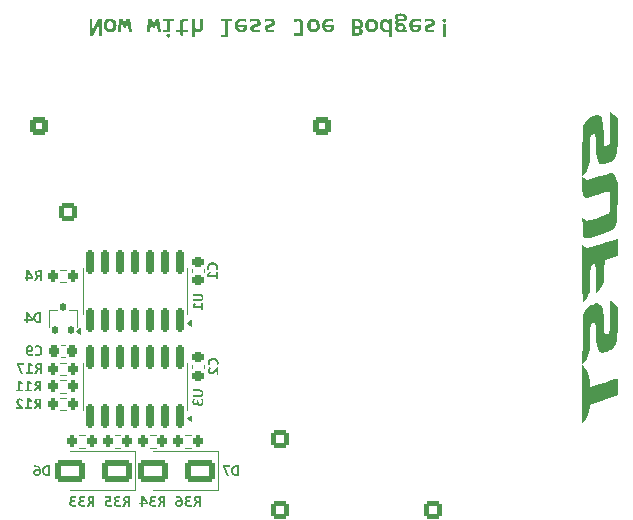
<source format=gbo>
%TF.GenerationSoftware,KiCad,Pcbnew,9.0.4*%
%TF.CreationDate,2026-01-27T00:07:53+00:00*%
%TF.ProjectId,BSPD,42535044-2e6b-4696-9361-645f70636258,1.3.0*%
%TF.SameCoordinates,Original*%
%TF.FileFunction,Legend,Bot*%
%TF.FilePolarity,Positive*%
%FSLAX46Y46*%
G04 Gerber Fmt 4.6, Leading zero omitted, Abs format (unit mm)*
G04 Created by KiCad (PCBNEW 9.0.4) date 2026-01-27 00:07:53*
%MOMM*%
%LPD*%
G01*
G04 APERTURE LIST*
G04 Aperture macros list*
%AMRoundRect*
0 Rectangle with rounded corners*
0 $1 Rounding radius*
0 $2 $3 $4 $5 $6 $7 $8 $9 X,Y pos of 4 corners*
0 Add a 4 corners polygon primitive as box body*
4,1,4,$2,$3,$4,$5,$6,$7,$8,$9,$2,$3,0*
0 Add four circle primitives for the rounded corners*
1,1,$1+$1,$2,$3*
1,1,$1+$1,$4,$5*
1,1,$1+$1,$6,$7*
1,1,$1+$1,$8,$9*
0 Add four rect primitives between the rounded corners*
20,1,$1+$1,$2,$3,$4,$5,0*
20,1,$1+$1,$4,$5,$6,$7,0*
20,1,$1+$1,$6,$7,$8,$9,0*
20,1,$1+$1,$8,$9,$2,$3,0*%
G04 Aperture macros list end*
%ADD10C,0.200000*%
%ADD11C,0.150000*%
%ADD12C,0.120000*%
%ADD13C,0.000000*%
%ADD14C,3.000000*%
%ADD15RoundRect,0.250001X-0.499999X-0.499999X0.499999X-0.499999X0.499999X0.499999X-0.499999X0.499999X0*%
%ADD16C,1.500000*%
%ADD17C,5.600000*%
%ADD18RoundRect,0.250000X0.550000X-0.550000X0.550000X0.550000X-0.550000X0.550000X-0.550000X-0.550000X0*%
%ADD19C,1.600000*%
%ADD20C,1.440000*%
%ADD21R,2.300000X2.300000*%
%ADD22C,2.300000*%
%ADD23RoundRect,0.250000X0.550000X0.550000X-0.550000X0.550000X-0.550000X-0.550000X0.550000X-0.550000X0*%
%ADD24RoundRect,0.200000X0.200000X0.275000X-0.200000X0.275000X-0.200000X-0.275000X0.200000X-0.275000X0*%
%ADD25RoundRect,0.150000X0.150000X-0.825000X0.150000X0.825000X-0.150000X0.825000X-0.150000X-0.825000X0*%
%ADD26RoundRect,0.200000X-0.200000X-0.275000X0.200000X-0.275000X0.200000X0.275000X-0.200000X0.275000X0*%
%ADD27RoundRect,0.225000X0.225000X0.250000X-0.225000X0.250000X-0.225000X-0.250000X0.225000X-0.250000X0*%
%ADD28RoundRect,0.225000X-0.250000X0.225000X-0.250000X-0.225000X0.250000X-0.225000X0.250000X0.225000X0*%
%ADD29RoundRect,0.250000X1.000000X0.650000X-1.000000X0.650000X-1.000000X-0.650000X1.000000X-0.650000X0*%
%ADD30RoundRect,0.112500X0.112500X0.237500X-0.112500X0.237500X-0.112500X-0.237500X0.112500X-0.237500X0*%
G04 APERTURE END LIST*
D10*
G36*
X150108834Y-59372000D02*
G01*
X149726252Y-60222746D01*
X149647606Y-60406026D01*
X149647606Y-59814861D01*
X149647606Y-59372000D01*
X149402777Y-59372000D01*
X149402777Y-60797596D01*
X149732798Y-60797596D01*
X150123000Y-59941378D01*
X150191877Y-59774512D01*
X150191877Y-60403877D01*
X150191877Y-60797596D01*
X150436706Y-60797596D01*
X150436706Y-59372000D01*
X150108834Y-59372000D01*
G37*
G36*
X151259982Y-59358059D02*
G01*
X151366294Y-59389487D01*
X151460637Y-59441109D01*
X151537948Y-59509362D01*
X151599077Y-59593513D01*
X151645024Y-59695279D01*
X151672636Y-59807448D01*
X151682247Y-59934637D01*
X151672850Y-60069285D01*
X151646685Y-60180443D01*
X151602333Y-60279522D01*
X151543419Y-60358643D01*
X151468822Y-60421445D01*
X151378408Y-60467184D01*
X151276811Y-60494168D01*
X151156538Y-60503723D01*
X151033054Y-60492824D01*
X150926950Y-60461713D01*
X150832530Y-60410779D01*
X150754808Y-60343402D01*
X150693191Y-60260276D01*
X150646657Y-60159145D01*
X150618713Y-60047417D01*
X150609445Y-59925942D01*
X150886503Y-59925942D01*
X150890284Y-59996247D01*
X150901256Y-60060569D01*
X150920608Y-60120513D01*
X150947662Y-60170771D01*
X150983832Y-60213090D01*
X151028555Y-60245217D01*
X151081328Y-60265206D01*
X151147745Y-60272376D01*
X151227998Y-60262065D01*
X151290490Y-60233214D01*
X151339525Y-60186012D01*
X151373395Y-60124827D01*
X151396071Y-60041096D01*
X151404591Y-59928092D01*
X151400647Y-59855697D01*
X151389253Y-59790143D01*
X151369704Y-59729172D01*
X151343335Y-59678769D01*
X151308071Y-59636691D01*
X151263517Y-59604909D01*
X151211280Y-59585276D01*
X151147745Y-59578336D01*
X151071054Y-59588478D01*
X151008421Y-59617451D01*
X150956454Y-59665775D01*
X150919866Y-59728045D01*
X150895583Y-59812553D01*
X150886503Y-59925942D01*
X150609445Y-59925942D01*
X150608946Y-59919397D01*
X150618502Y-59781691D01*
X150644996Y-59669096D01*
X150689888Y-59569167D01*
X150748848Y-59490311D01*
X150823475Y-59428152D01*
X150913859Y-59382942D01*
X151015297Y-59356375D01*
X151134654Y-59346989D01*
X151259982Y-59358059D01*
G37*
G36*
X152823838Y-59372000D02*
G01*
X152527718Y-59372000D01*
X152409602Y-59728887D01*
X152373551Y-59852963D01*
X152337501Y-59725565D01*
X152223879Y-59372000D01*
X151926587Y-59372000D01*
X151769197Y-60484965D01*
X152022721Y-60484965D01*
X152102540Y-59847687D01*
X152121102Y-59680820D01*
X152165945Y-59836745D01*
X152277418Y-60178587D01*
X152480725Y-60178587D01*
X152599818Y-59839090D01*
X152651207Y-59678671D01*
X152672016Y-59855796D01*
X152738646Y-60484965D01*
X152980153Y-60484965D01*
X152823838Y-59372000D01*
G37*
G36*
X155284242Y-59372000D02*
G01*
X154988122Y-59372000D01*
X154870006Y-59728887D01*
X154833956Y-59852963D01*
X154797906Y-59725565D01*
X154684284Y-59372000D01*
X154386992Y-59372000D01*
X154229602Y-60484965D01*
X154483126Y-60484965D01*
X154562944Y-59847687D01*
X154581507Y-59680820D01*
X154626350Y-59836745D01*
X154737822Y-60178587D01*
X154941130Y-60178587D01*
X155060223Y-59839090D01*
X155111612Y-59678671D01*
X155132421Y-59855796D01*
X155199050Y-60484965D01*
X155440558Y-60484965D01*
X155284242Y-59372000D01*
G37*
G36*
X156256524Y-60790757D02*
G01*
X156253189Y-60755488D01*
X156243335Y-60722760D01*
X156227560Y-60692857D01*
X156206699Y-60667268D01*
X156181312Y-60646258D01*
X156151500Y-60629948D01*
X156118788Y-60619752D01*
X156082721Y-60616270D01*
X156046571Y-60619738D01*
X156013356Y-60629948D01*
X155983115Y-60646283D01*
X155957571Y-60667268D01*
X155936765Y-60692846D01*
X155920935Y-60722760D01*
X155911155Y-60755484D01*
X155907843Y-60790757D01*
X155911157Y-60826116D01*
X155920935Y-60858852D01*
X155936742Y-60888854D01*
X155957571Y-60914833D01*
X155983161Y-60936263D01*
X156013356Y-60952642D01*
X156046576Y-60962925D01*
X156082721Y-60966417D01*
X156118783Y-60962912D01*
X156151500Y-60952642D01*
X156181266Y-60936288D01*
X156206699Y-60914833D01*
X156227583Y-60888844D01*
X156243335Y-60858852D01*
X156253187Y-60826111D01*
X156256524Y-60790757D01*
G37*
G36*
X155961479Y-60278629D02*
G01*
X155647773Y-60278629D01*
X155647773Y-60484965D01*
X156234640Y-60484965D01*
X156234640Y-59578336D01*
X156554891Y-59578336D01*
X156554891Y-59372000D01*
X155609476Y-59372000D01*
X155609476Y-59578336D01*
X155961479Y-59578336D01*
X155961479Y-60278629D01*
G37*
G36*
X157749043Y-59384505D02*
G01*
X157603670Y-59357247D01*
X157464842Y-59346989D01*
X157359571Y-59353187D01*
X157276287Y-59370046D01*
X157202548Y-59399846D01*
X157145080Y-59440290D01*
X157100461Y-59493230D01*
X157068583Y-59560457D01*
X157050631Y-59637369D01*
X157044061Y-59734358D01*
X157044061Y-60278629D01*
X156745694Y-60278629D01*
X156745694Y-60484965D01*
X157044061Y-60484965D01*
X157044061Y-60770046D01*
X157317320Y-60841364D01*
X157317320Y-60484965D01*
X157749043Y-60484965D01*
X157749043Y-60278629D01*
X157317320Y-60278629D01*
X157317320Y-59753116D01*
X157322890Y-59690756D01*
X157337931Y-59643739D01*
X157360990Y-59608524D01*
X157393662Y-59582955D01*
X157440793Y-59566006D01*
X157507536Y-59559578D01*
X157635324Y-59570911D01*
X157749043Y-59597094D01*
X157749043Y-59384505D01*
G37*
G36*
X158725722Y-59372000D02*
G01*
X158725722Y-60090953D01*
X158718790Y-60163737D01*
X158700813Y-60213172D01*
X158674152Y-60245750D01*
X158638341Y-60265337D01*
X158590216Y-60272376D01*
X158546924Y-60266676D01*
X158504121Y-60249142D01*
X158460669Y-60218057D01*
X158400112Y-60157310D01*
X158330048Y-60070339D01*
X158330048Y-59372000D01*
X158063335Y-59372000D01*
X158063335Y-60916396D01*
X158330048Y-60916396D01*
X158330048Y-60534498D01*
X158316957Y-60332558D01*
X158385736Y-60405049D01*
X158461158Y-60458978D01*
X158548597Y-60492293D01*
X158596986Y-60500746D01*
X158652449Y-60503723D01*
X158734210Y-60496388D01*
X158801046Y-60475879D01*
X158859535Y-60442182D01*
X158907048Y-60397429D01*
X158943929Y-60342427D01*
X158971039Y-60275307D01*
X158986782Y-60201379D01*
X158992337Y-60115572D01*
X158992337Y-59372000D01*
X158725722Y-59372000D01*
G37*
G36*
X160882288Y-60710060D02*
G01*
X160568583Y-60710060D01*
X160568583Y-60916396D01*
X161155450Y-60916396D01*
X161155450Y-59578336D01*
X161475701Y-59578336D01*
X161475701Y-59372000D01*
X160530286Y-59372000D01*
X160530286Y-59578336D01*
X160882288Y-59578336D01*
X160882288Y-60710060D01*
G37*
G36*
X162359469Y-59350995D02*
G01*
X162465471Y-59362816D01*
X162568248Y-59380695D01*
X162661158Y-59403263D01*
X162661158Y-59615852D01*
X162562158Y-59589841D01*
X162469281Y-59572767D01*
X162378204Y-59562754D01*
X162296064Y-59559578D01*
X162228134Y-59564688D01*
X162168764Y-59579313D01*
X162114986Y-59603840D01*
X162070383Y-59636759D01*
X162034367Y-59678640D01*
X162006978Y-59730450D01*
X161990482Y-59789092D01*
X161984605Y-59859704D01*
X162714696Y-59859704D01*
X162719581Y-59941281D01*
X162721242Y-60012013D01*
X162713071Y-60116765D01*
X162689490Y-60209948D01*
X162650053Y-60294681D01*
X162596580Y-60365579D01*
X162528854Y-60423077D01*
X162444661Y-60467282D01*
X162349637Y-60494174D01*
X162235980Y-60503723D01*
X162120832Y-60492635D01*
X162020069Y-60460639D01*
X161930412Y-60408442D01*
X161855547Y-60338517D01*
X161796209Y-60252911D01*
X161750621Y-60148789D01*
X161727742Y-60053535D01*
X161988904Y-60053535D01*
X162003743Y-60130387D01*
X162029545Y-60190856D01*
X162065401Y-60238182D01*
X162111906Y-60274263D01*
X162166170Y-60296050D01*
X162230509Y-60303639D01*
X162275307Y-60299833D01*
X162316287Y-60288692D01*
X162353713Y-60269863D01*
X162386238Y-60242969D01*
X162412707Y-60208740D01*
X162433817Y-60164714D01*
X162446411Y-60114960D01*
X162450230Y-60053535D01*
X161988904Y-60053535D01*
X161727742Y-60053535D01*
X161723122Y-60034302D01*
X161713496Y-59902983D01*
X161723291Y-59771609D01*
X161750621Y-59663137D01*
X161796711Y-59566773D01*
X161857794Y-59489236D01*
X161934613Y-59428026D01*
X162028276Y-59382942D01*
X162132922Y-59356370D01*
X162255617Y-59346989D01*
X162359469Y-59350995D01*
G37*
G36*
X163900055Y-59698015D02*
G01*
X163889042Y-59608267D01*
X163857948Y-59536131D01*
X163809252Y-59475536D01*
X163746475Y-59427101D01*
X163673464Y-59391300D01*
X163589085Y-59366138D01*
X163500399Y-59351799D01*
X163409323Y-59346989D01*
X163289854Y-59350369D01*
X163188527Y-59359787D01*
X163091842Y-59375701D01*
X163002707Y-59397010D01*
X163002707Y-59634609D01*
X163106190Y-59597447D01*
X163207676Y-59572572D01*
X163308677Y-59557970D01*
X163400530Y-59553325D01*
X163497753Y-59562668D01*
X163557334Y-59585859D01*
X163587101Y-59610816D01*
X163603753Y-59638679D01*
X163609309Y-59670757D01*
X163598367Y-59716577D01*
X163583755Y-59735775D01*
X163557334Y-59756340D01*
X163472630Y-59795517D01*
X163329504Y-59840848D01*
X163250489Y-59865984D01*
X163185792Y-59892628D01*
X163128136Y-59924937D01*
X163083600Y-59960722D01*
X163048158Y-60003201D01*
X163022930Y-60051776D01*
X163008062Y-60106305D01*
X163002707Y-60173409D01*
X163010362Y-60239128D01*
X163033286Y-60300904D01*
X163070790Y-60356453D01*
X163124535Y-60406124D01*
X163190592Y-60445581D01*
X163275966Y-60477540D01*
X163370906Y-60496745D01*
X163487969Y-60503723D01*
X163673789Y-60493953D01*
X163817013Y-60472460D01*
X163817013Y-60253618D01*
X163722860Y-60280422D01*
X163638325Y-60297191D01*
X163554798Y-60306741D01*
X163472728Y-60309892D01*
X163395891Y-60301681D01*
X163341032Y-60279801D01*
X163312846Y-60256501D01*
X163296775Y-60229150D01*
X163291304Y-60196270D01*
X163301074Y-60151525D01*
X163314565Y-60133367D01*
X163339860Y-60113423D01*
X163420753Y-60074637D01*
X163558018Y-60030576D01*
X163649892Y-60001138D01*
X163719706Y-59972251D01*
X163780602Y-59937947D01*
X163825122Y-59901909D01*
X163859652Y-59859628D01*
X163882568Y-59812516D01*
X163895467Y-59760229D01*
X163900055Y-59698015D01*
G37*
G36*
X165130258Y-59698015D02*
G01*
X165119244Y-59608267D01*
X165088150Y-59536131D01*
X165039454Y-59475536D01*
X164976678Y-59427101D01*
X164903666Y-59391300D01*
X164819288Y-59366138D01*
X164730602Y-59351799D01*
X164639525Y-59346989D01*
X164520057Y-59350369D01*
X164418729Y-59359787D01*
X164322045Y-59375701D01*
X164232909Y-59397010D01*
X164232909Y-59634609D01*
X164336392Y-59597447D01*
X164437878Y-59572572D01*
X164538879Y-59557970D01*
X164630732Y-59553325D01*
X164727956Y-59562668D01*
X164787536Y-59585859D01*
X164817303Y-59610816D01*
X164833955Y-59638679D01*
X164839511Y-59670757D01*
X164828569Y-59716577D01*
X164813957Y-59735775D01*
X164787536Y-59756340D01*
X164702833Y-59795517D01*
X164559706Y-59840848D01*
X164480691Y-59865984D01*
X164415994Y-59892628D01*
X164358338Y-59924937D01*
X164313803Y-59960722D01*
X164278360Y-60003201D01*
X164253133Y-60051776D01*
X164238264Y-60106305D01*
X164232909Y-60173409D01*
X164240564Y-60239128D01*
X164263489Y-60300904D01*
X164300992Y-60356453D01*
X164354738Y-60406124D01*
X164420795Y-60445581D01*
X164506168Y-60477540D01*
X164601108Y-60496745D01*
X164718171Y-60503723D01*
X164903991Y-60493953D01*
X165047215Y-60472460D01*
X165047215Y-60253618D01*
X164953062Y-60280422D01*
X164868527Y-60297191D01*
X164785001Y-60306741D01*
X164702930Y-60309892D01*
X164626094Y-60301681D01*
X164571235Y-60279801D01*
X164543048Y-60256501D01*
X164526977Y-60229150D01*
X164521507Y-60196270D01*
X164531277Y-60151525D01*
X164544767Y-60133367D01*
X164570062Y-60113423D01*
X164650956Y-60074637D01*
X164788220Y-60030576D01*
X164880094Y-60001138D01*
X164949909Y-59972251D01*
X165010804Y-59937947D01*
X165055324Y-59901909D01*
X165089854Y-59859628D01*
X165112770Y-59812516D01*
X165125669Y-59760229D01*
X165130258Y-59698015D01*
G37*
G36*
X167512016Y-59796298D02*
G01*
X167503834Y-59698664D01*
X167480265Y-59612628D01*
X167440966Y-59535196D01*
X167387355Y-59470478D01*
X167319969Y-59418869D01*
X167235436Y-59379229D01*
X167140375Y-59355516D01*
X167024508Y-59346989D01*
X166937125Y-59351932D01*
X166854026Y-59366528D01*
X166775251Y-59389245D01*
X166710802Y-59415768D01*
X166710802Y-59678378D01*
X166774696Y-59636466D01*
X166852854Y-59602662D01*
X166938143Y-59580094D01*
X167024508Y-59572083D01*
X167060653Y-59575254D01*
X167099344Y-59585175D01*
X167135924Y-59602592D01*
X167168806Y-59629041D01*
X167195978Y-59663507D01*
X167219023Y-59709641D01*
X167233411Y-59762934D01*
X167238757Y-59833032D01*
X167238757Y-60578755D01*
X166721744Y-60578755D01*
X166721744Y-60797596D01*
X167512016Y-60797596D01*
X167512016Y-59796298D01*
G37*
G36*
X168482816Y-59358059D02*
G01*
X168589127Y-59389487D01*
X168683470Y-59441109D01*
X168760781Y-59509362D01*
X168821910Y-59593513D01*
X168867857Y-59695279D01*
X168895469Y-59807448D01*
X168905080Y-59934637D01*
X168895684Y-60069285D01*
X168869518Y-60180443D01*
X168825166Y-60279522D01*
X168766252Y-60358643D01*
X168691655Y-60421445D01*
X168601242Y-60467184D01*
X168499644Y-60494168D01*
X168379371Y-60503723D01*
X168255888Y-60492824D01*
X168149783Y-60461713D01*
X168055363Y-60410779D01*
X167977641Y-60343402D01*
X167916024Y-60260276D01*
X167869490Y-60159145D01*
X167841546Y-60047417D01*
X167832278Y-59925942D01*
X168109337Y-59925942D01*
X168113118Y-59996247D01*
X168124089Y-60060569D01*
X168143441Y-60120513D01*
X168170495Y-60170771D01*
X168206665Y-60213090D01*
X168251388Y-60245217D01*
X168304161Y-60265206D01*
X168370579Y-60272376D01*
X168450831Y-60262065D01*
X168513323Y-60233214D01*
X168562358Y-60186012D01*
X168596228Y-60124827D01*
X168618904Y-60041096D01*
X168627424Y-59928092D01*
X168623480Y-59855697D01*
X168612086Y-59790143D01*
X168592538Y-59729172D01*
X168566168Y-59678769D01*
X168530904Y-59636691D01*
X168486350Y-59604909D01*
X168434113Y-59585276D01*
X168370579Y-59578336D01*
X168293887Y-59588478D01*
X168231255Y-59617451D01*
X168179288Y-59665775D01*
X168142699Y-59728045D01*
X168118416Y-59812553D01*
X168109337Y-59925942D01*
X167832278Y-59925942D01*
X167831779Y-59919397D01*
X167841335Y-59781691D01*
X167867829Y-59669096D01*
X167912721Y-59569167D01*
X167971681Y-59490311D01*
X168046308Y-59428152D01*
X168136692Y-59382942D01*
X168238130Y-59356375D01*
X168357487Y-59346989D01*
X168482816Y-59358059D01*
G37*
G36*
X169740683Y-59350995D02*
G01*
X169846685Y-59362816D01*
X169949462Y-59380695D01*
X170042372Y-59403263D01*
X170042372Y-59615852D01*
X169943373Y-59589841D01*
X169850495Y-59572767D01*
X169759418Y-59562754D01*
X169677278Y-59559578D01*
X169609349Y-59564688D01*
X169549979Y-59579313D01*
X169496200Y-59603840D01*
X169451598Y-59636759D01*
X169415581Y-59678640D01*
X169388192Y-59730450D01*
X169371696Y-59789092D01*
X169365819Y-59859704D01*
X170095910Y-59859704D01*
X170100795Y-59941281D01*
X170102456Y-60012013D01*
X170094286Y-60116765D01*
X170070704Y-60209948D01*
X170031267Y-60294681D01*
X169977794Y-60365579D01*
X169910068Y-60423077D01*
X169825875Y-60467282D01*
X169730851Y-60494174D01*
X169617194Y-60503723D01*
X169502046Y-60492635D01*
X169401284Y-60460639D01*
X169311626Y-60408442D01*
X169236762Y-60338517D01*
X169177424Y-60252911D01*
X169131835Y-60148789D01*
X169108956Y-60053535D01*
X169370118Y-60053535D01*
X169384957Y-60130387D01*
X169410760Y-60190856D01*
X169446615Y-60238182D01*
X169493120Y-60274263D01*
X169547385Y-60296050D01*
X169611723Y-60303639D01*
X169656522Y-60299833D01*
X169697501Y-60288692D01*
X169734927Y-60269863D01*
X169767452Y-60242969D01*
X169793922Y-60208740D01*
X169815031Y-60164714D01*
X169827625Y-60114960D01*
X169831444Y-60053535D01*
X169370118Y-60053535D01*
X169108956Y-60053535D01*
X169104336Y-60034302D01*
X169094710Y-59902983D01*
X169104505Y-59771609D01*
X169131835Y-59663137D01*
X169177925Y-59566773D01*
X169239009Y-59489236D01*
X169315827Y-59428026D01*
X169409490Y-59382942D01*
X169514137Y-59356370D01*
X169636831Y-59346989D01*
X169740683Y-59350995D01*
G37*
G36*
X172161579Y-59380132D02*
G01*
X172276191Y-59402546D01*
X172369007Y-59436920D01*
X172443768Y-59481909D01*
X172506659Y-59542195D01*
X172551843Y-59615113D01*
X172580140Y-59703245D01*
X172590216Y-59810464D01*
X172584701Y-59877172D01*
X172568918Y-59935126D01*
X172543490Y-59987690D01*
X172510983Y-60031846D01*
X172471344Y-60069043D01*
X172425694Y-60098573D01*
X172375733Y-60120071D01*
X172323503Y-60133060D01*
X172374080Y-60155387D01*
X172416413Y-60184156D01*
X172452589Y-60219346D01*
X172481967Y-60259187D01*
X172504709Y-60303461D01*
X172520753Y-60352195D01*
X172530190Y-60403333D01*
X172533356Y-60456047D01*
X172525046Y-60539841D01*
X172501663Y-60608652D01*
X172464123Y-60665611D01*
X172411430Y-60712697D01*
X172349844Y-60746864D01*
X172271033Y-60773482D01*
X172171180Y-60791121D01*
X172045847Y-60797596D01*
X171584619Y-60797596D01*
X171584619Y-60585007D01*
X171851332Y-60585007D01*
X172014193Y-60585007D01*
X172076169Y-60581615D01*
X172124005Y-60572502D01*
X172166476Y-60556948D01*
X172198353Y-60537331D01*
X172223518Y-60511953D01*
X172240460Y-60482034D01*
X172250168Y-60448205D01*
X172253551Y-60409348D01*
X172250336Y-60369094D01*
X172240949Y-60332362D01*
X172224459Y-60298852D01*
X172199427Y-60268957D01*
X172167236Y-60244790D01*
X172125080Y-60225579D01*
X172076952Y-60214111D01*
X172014193Y-60209850D01*
X171851332Y-60209850D01*
X171851332Y-60585007D01*
X171584619Y-60585007D01*
X171584619Y-60003514D01*
X171851332Y-60003514D01*
X172018590Y-60003514D01*
X172113037Y-59996546D01*
X172181840Y-59978152D01*
X172231081Y-59950953D01*
X172269564Y-59911571D01*
X172292518Y-59863938D01*
X172300544Y-59805384D01*
X172296250Y-59761666D01*
X172283545Y-59721071D01*
X172262729Y-59684381D01*
X172233817Y-59652683D01*
X172197919Y-59627274D01*
X172152435Y-59607254D01*
X172101476Y-59595188D01*
X172039302Y-59590841D01*
X171851332Y-59590841D01*
X171851332Y-60003514D01*
X171584619Y-60003514D01*
X171584619Y-59372000D01*
X172020739Y-59372000D01*
X172161579Y-59380132D01*
G37*
G36*
X173403625Y-59358059D02*
G01*
X173509937Y-59389487D01*
X173604280Y-59441109D01*
X173681591Y-59509362D01*
X173742720Y-59593513D01*
X173788667Y-59695279D01*
X173816279Y-59807448D01*
X173825889Y-59934637D01*
X173816493Y-60069285D01*
X173790327Y-60180443D01*
X173745975Y-60279522D01*
X173687062Y-60358643D01*
X173612465Y-60421445D01*
X173522051Y-60467184D01*
X173420454Y-60494168D01*
X173300181Y-60503723D01*
X173176697Y-60492824D01*
X173070593Y-60461713D01*
X172976172Y-60410779D01*
X172898450Y-60343402D01*
X172836833Y-60260276D01*
X172790300Y-60159145D01*
X172762356Y-60047417D01*
X172753087Y-59925942D01*
X173030146Y-59925942D01*
X173033927Y-59996247D01*
X173044898Y-60060569D01*
X173064251Y-60120513D01*
X173091304Y-60170771D01*
X173127474Y-60213090D01*
X173172198Y-60245217D01*
X173224971Y-60265206D01*
X173291388Y-60272376D01*
X173371641Y-60262065D01*
X173434133Y-60233214D01*
X173483168Y-60186012D01*
X173517037Y-60124827D01*
X173539714Y-60041096D01*
X173548234Y-59928092D01*
X173544290Y-59855697D01*
X173532896Y-59790143D01*
X173513347Y-59729172D01*
X173486978Y-59678769D01*
X173451713Y-59636691D01*
X173407159Y-59604909D01*
X173354923Y-59585276D01*
X173291388Y-59578336D01*
X173214697Y-59588478D01*
X173152064Y-59617451D01*
X173100097Y-59665775D01*
X173063508Y-59728045D01*
X173039226Y-59812553D01*
X173030146Y-59925942D01*
X172753087Y-59925942D01*
X172752588Y-59919397D01*
X172762145Y-59781691D01*
X172788639Y-59669096D01*
X172833530Y-59569167D01*
X172892491Y-59490311D01*
X172967118Y-59428152D01*
X173057501Y-59382942D01*
X173158939Y-59356375D01*
X173278297Y-59346989D01*
X173403625Y-59358059D01*
G37*
G36*
X174454485Y-59350545D02*
G01*
X174504591Y-59360667D01*
X174551874Y-59377067D01*
X174595840Y-59398866D01*
X174675659Y-59458364D01*
X174747857Y-59535935D01*
X174754403Y-59372000D01*
X174984968Y-59372000D01*
X174984968Y-60916396D01*
X174718353Y-60916396D01*
X174718353Y-60484086D01*
X174643419Y-60498252D01*
X174559888Y-60503723D01*
X174439431Y-60494592D01*
X174331374Y-60468161D01*
X174233101Y-60422751D01*
X174149951Y-60358741D01*
X174082695Y-60276697D01*
X174030272Y-60172628D01*
X174007060Y-60096657D01*
X173992307Y-60008823D01*
X173987717Y-59919494D01*
X174266894Y-59919494D01*
X174272031Y-60002919D01*
X174286531Y-60074344D01*
X174311092Y-60139307D01*
X174342805Y-60191092D01*
X174383371Y-60233720D01*
X174430830Y-60265049D01*
X174484688Y-60284431D01*
X174546699Y-60291134D01*
X174640195Y-60283514D01*
X174718353Y-60263974D01*
X174718353Y-59781546D01*
X174648317Y-59693550D01*
X174588220Y-59632655D01*
X174545140Y-59601590D01*
X174502533Y-59584048D01*
X174459260Y-59578336D01*
X174415201Y-59583216D01*
X174377292Y-59597289D01*
X174344730Y-59621284D01*
X174316622Y-59657666D01*
X174295775Y-59702642D01*
X174279399Y-59763570D01*
X174270295Y-59831548D01*
X174266894Y-59919494D01*
X173987717Y-59919494D01*
X173987090Y-59907282D01*
X173994210Y-59782712D01*
X174014347Y-59675251D01*
X174048757Y-59577044D01*
X174093579Y-59498517D01*
X174151979Y-59433878D01*
X174222051Y-59386361D01*
X174302648Y-59357160D01*
X174397027Y-59346989D01*
X174454485Y-59350545D01*
G37*
G36*
X175861944Y-58923407D02*
G01*
X175971514Y-58945063D01*
X176070365Y-58980965D01*
X176146880Y-59025175D01*
X176209302Y-59081180D01*
X176252393Y-59144463D01*
X176278616Y-59215283D01*
X176287369Y-59290520D01*
X176280169Y-59355356D01*
X176259427Y-59410981D01*
X176225981Y-59459556D01*
X176180195Y-59500862D01*
X176125060Y-59533159D01*
X176057292Y-59558113D01*
X175983231Y-59573590D01*
X175897166Y-59580583D01*
X175633775Y-59590450D01*
X175580725Y-59600220D01*
X175540279Y-59622397D01*
X175514584Y-59653367D01*
X175505889Y-59688050D01*
X175509237Y-59715057D01*
X175518981Y-59738461D01*
X175550635Y-59779201D01*
X175579138Y-59765777D01*
X175624884Y-59752334D01*
X175675376Y-59743861D01*
X175732058Y-59740904D01*
X175827845Y-59747259D01*
X175911919Y-59765426D01*
X175988649Y-59796436D01*
X176051821Y-59838113D01*
X176103612Y-59891784D01*
X176142581Y-59957303D01*
X176166405Y-60032007D01*
X176174822Y-60121239D01*
X176171672Y-60165539D01*
X176162219Y-60208971D01*
X176145386Y-60250549D01*
X176119036Y-60291134D01*
X176293914Y-60291134D01*
X176293914Y-60484965D01*
X175909183Y-60484965D01*
X175826629Y-60499522D01*
X175732058Y-60503723D01*
X175638295Y-60497111D01*
X175554445Y-60478029D01*
X175477773Y-60445864D01*
X175413956Y-60402607D01*
X175361571Y-60347404D01*
X175321632Y-60280192D01*
X175296963Y-60204078D01*
X175288318Y-60114693D01*
X175288404Y-60113716D01*
X175535394Y-60113716D01*
X175547411Y-60190995D01*
X175562561Y-60225933D01*
X175583461Y-60255768D01*
X175610316Y-60280416D01*
X175644131Y-60299829D01*
X175682795Y-60311854D01*
X175729909Y-60316145D01*
X175789775Y-60309847D01*
X175837099Y-60292351D01*
X175874696Y-60264463D01*
X175902765Y-60226971D01*
X175920347Y-60179836D01*
X175926671Y-60120262D01*
X175914654Y-60045133D01*
X175899546Y-60011275D01*
X175878604Y-59982020D01*
X175851794Y-59957841D01*
X175817934Y-59938545D01*
X175779269Y-59926521D01*
X175732156Y-59922230D01*
X175672288Y-59928525D01*
X175624927Y-59946019D01*
X175587271Y-59973912D01*
X175559058Y-60011304D01*
X175541603Y-60057103D01*
X175535394Y-60113716D01*
X175288404Y-60113716D01*
X175295561Y-60032697D01*
X175315087Y-59970981D01*
X175345769Y-59917248D01*
X175382400Y-59873186D01*
X175338632Y-59819648D01*
X175301995Y-59762788D01*
X175276301Y-59701141D01*
X175266531Y-59631678D01*
X175273463Y-59578810D01*
X175294375Y-59528999D01*
X175328117Y-59485813D01*
X175375757Y-59450353D01*
X175305806Y-59393786D01*
X175256566Y-59335656D01*
X175227062Y-59273228D01*
X175220639Y-59226724D01*
X175490551Y-59226724D01*
X175494361Y-59267659D01*
X175509602Y-59305859D01*
X175541353Y-59343960D01*
X175593328Y-59384798D01*
X175828290Y-59380401D01*
X175902051Y-59371316D01*
X175959986Y-59350897D01*
X175998283Y-59317582D01*
X176008381Y-59295945D01*
X176011960Y-59268636D01*
X176008423Y-59237056D01*
X175997697Y-59206305D01*
X175979396Y-59178694D01*
X175950704Y-59153646D01*
X175914834Y-59133955D01*
X175866001Y-59117108D01*
X175811085Y-59106951D01*
X175738702Y-59103137D01*
X175627828Y-59111691D01*
X175555519Y-59133228D01*
X175518407Y-59157972D01*
X175497628Y-59188500D01*
X175490551Y-59226724D01*
X175220639Y-59226724D01*
X175217292Y-59202495D01*
X175224746Y-59141763D01*
X175246796Y-59086822D01*
X175283322Y-59038792D01*
X175338046Y-58996061D01*
X175405320Y-58963400D01*
X175496510Y-58936759D01*
X175598079Y-58921295D01*
X175727759Y-58915558D01*
X175861944Y-58923407D01*
G37*
G36*
X177121898Y-59350995D02*
G01*
X177227899Y-59362816D01*
X177330676Y-59380695D01*
X177423586Y-59403263D01*
X177423586Y-59615852D01*
X177324587Y-59589841D01*
X177231709Y-59572767D01*
X177140632Y-59562754D01*
X177058492Y-59559578D01*
X176990563Y-59564688D01*
X176931193Y-59579313D01*
X176877415Y-59603840D01*
X176832812Y-59636759D01*
X176796795Y-59678640D01*
X176769406Y-59730450D01*
X176752910Y-59789092D01*
X176747034Y-59859704D01*
X177477124Y-59859704D01*
X177482009Y-59941281D01*
X177483670Y-60012013D01*
X177475500Y-60116765D01*
X177451919Y-60209948D01*
X177412481Y-60294681D01*
X177359009Y-60365579D01*
X177291282Y-60423077D01*
X177207090Y-60467282D01*
X177112065Y-60494174D01*
X176998408Y-60503723D01*
X176883260Y-60492635D01*
X176782498Y-60460639D01*
X176692840Y-60408442D01*
X176617976Y-60338517D01*
X176558638Y-60252911D01*
X176513049Y-60148789D01*
X176490170Y-60053535D01*
X176751332Y-60053535D01*
X176766171Y-60130387D01*
X176791974Y-60190856D01*
X176827829Y-60238182D01*
X176874335Y-60274263D01*
X176928599Y-60296050D01*
X176992937Y-60303639D01*
X177037736Y-60299833D01*
X177078715Y-60288692D01*
X177116141Y-60269863D01*
X177148667Y-60242969D01*
X177175136Y-60208740D01*
X177196245Y-60164714D01*
X177208839Y-60114960D01*
X177212658Y-60053535D01*
X176751332Y-60053535D01*
X176490170Y-60053535D01*
X176485550Y-60034302D01*
X176475924Y-59902983D01*
X176485719Y-59771609D01*
X176513049Y-59663137D01*
X176559139Y-59566773D01*
X176620223Y-59489236D01*
X176697042Y-59428026D01*
X176790704Y-59382942D01*
X176895351Y-59356370D01*
X177018046Y-59346989D01*
X177121898Y-59350995D01*
G37*
G36*
X178662484Y-59698015D02*
G01*
X178651471Y-59608267D01*
X178620376Y-59536131D01*
X178571680Y-59475536D01*
X178508904Y-59427101D01*
X178435893Y-59391300D01*
X178351514Y-59366138D01*
X178262828Y-59351799D01*
X178171751Y-59346989D01*
X178052283Y-59350369D01*
X177950956Y-59359787D01*
X177854271Y-59375701D01*
X177765136Y-59397010D01*
X177765136Y-59634609D01*
X177868618Y-59597447D01*
X177970104Y-59572572D01*
X178071105Y-59557970D01*
X178162958Y-59553325D01*
X178260182Y-59562668D01*
X178319762Y-59585859D01*
X178349529Y-59610816D01*
X178366181Y-59638679D01*
X178371737Y-59670757D01*
X178360795Y-59716577D01*
X178346183Y-59735775D01*
X178319762Y-59756340D01*
X178235059Y-59795517D01*
X178091933Y-59840848D01*
X178012917Y-59865984D01*
X177948220Y-59892628D01*
X177890565Y-59924937D01*
X177846029Y-59960722D01*
X177810586Y-60003201D01*
X177785359Y-60051776D01*
X177770491Y-60106305D01*
X177765136Y-60173409D01*
X177772790Y-60239128D01*
X177795715Y-60300904D01*
X177833218Y-60356453D01*
X177886964Y-60406124D01*
X177953021Y-60445581D01*
X178038394Y-60477540D01*
X178133335Y-60496745D01*
X178250397Y-60503723D01*
X178436217Y-60493953D01*
X178579441Y-60472460D01*
X178579441Y-60253618D01*
X178485288Y-60280422D01*
X178400753Y-60297191D01*
X178317227Y-60306741D01*
X178235157Y-60309892D01*
X178158320Y-60301681D01*
X178103461Y-60279801D01*
X178075274Y-60256501D01*
X178059203Y-60229150D01*
X178053733Y-60196270D01*
X178063503Y-60151525D01*
X178076993Y-60133367D01*
X178102288Y-60113423D01*
X178183182Y-60074637D01*
X178320446Y-60030576D01*
X178412320Y-60001138D01*
X178482135Y-59972251D01*
X178543030Y-59937947D01*
X178587550Y-59901909D01*
X178622080Y-59859628D01*
X178644996Y-59812516D01*
X178657895Y-59760229D01*
X178662484Y-59698015D01*
G37*
G36*
X179554947Y-59815935D02*
G01*
X179326531Y-59815935D01*
X179286085Y-60916396D01*
X179595394Y-60916396D01*
X179554947Y-59815935D01*
G37*
G36*
X179440251Y-59690883D02*
G01*
X179474402Y-59687536D01*
X179506392Y-59677596D01*
X179535610Y-59661829D01*
X179560418Y-59641253D01*
X179597055Y-59586640D01*
X179607262Y-59554283D01*
X179610732Y-59518936D01*
X179607265Y-59483575D01*
X179597055Y-59451134D01*
X179560418Y-59396619D01*
X179535610Y-59376043D01*
X179506392Y-59360276D01*
X179474402Y-59350336D01*
X179440251Y-59346989D01*
X179406100Y-59350336D01*
X179374110Y-59360276D01*
X179344874Y-59376038D01*
X179319986Y-59396619D01*
X179299584Y-59421688D01*
X179283935Y-59451134D01*
X179274168Y-59483548D01*
X179270844Y-59518936D01*
X179274171Y-59554311D01*
X179283935Y-59586640D01*
X179299590Y-59616168D01*
X179319986Y-59641253D01*
X179344874Y-59661834D01*
X179374110Y-59677596D01*
X179406100Y-59687536D01*
X179440251Y-59690883D01*
G37*
D11*
G36*
X145333705Y-81565000D02*
G01*
X145165666Y-81565000D01*
X145165666Y-81197658D01*
X145133548Y-81197658D01*
X145092729Y-81202999D01*
X145058749Y-81218358D01*
X145030990Y-81243452D01*
X145009228Y-81279785D01*
X144883504Y-81565000D01*
X144686095Y-81565000D01*
X144828855Y-81267573D01*
X144857773Y-81214654D01*
X144883565Y-81179890D01*
X144913016Y-81154644D01*
X144943649Y-81142276D01*
X144902533Y-81132774D01*
X144865430Y-81118401D01*
X144831884Y-81098551D01*
X144803637Y-81073705D01*
X144780720Y-81043695D01*
X144763276Y-81007821D01*
X144752684Y-80967884D01*
X144750213Y-80936685D01*
X144925209Y-80936685D01*
X144928403Y-80966593D01*
X144937543Y-80991945D01*
X144952318Y-81013992D01*
X144972348Y-81032306D01*
X144996632Y-81046262D01*
X145026692Y-81056669D01*
X145059458Y-81062670D01*
X145097339Y-81064790D01*
X145165666Y-81064790D01*
X145165666Y-80814685D01*
X145091904Y-80814685D01*
X145036730Y-80818459D01*
X144996185Y-80828433D01*
X144966913Y-80843140D01*
X144944430Y-80865192D01*
X144930367Y-80895434D01*
X144925209Y-80936685D01*
X144750213Y-80936685D01*
X144748926Y-80920443D01*
X144755047Y-80855517D01*
X144771824Y-80805099D01*
X144799660Y-80762338D01*
X144837098Y-80728651D01*
X144882739Y-80703930D01*
X144939558Y-80686641D01*
X145001468Y-80677314D01*
X145073403Y-80674002D01*
X145333705Y-80674002D01*
X145333705Y-81565000D01*
G37*
G36*
X144626317Y-81240828D02*
G01*
X144626317Y-81385237D01*
X144210982Y-81385237D01*
X144210982Y-81565000D01*
X144048377Y-81565000D01*
X144048377Y-81385237D01*
X143913127Y-81385237D01*
X143913127Y-81236737D01*
X144048377Y-81236737D01*
X144208906Y-81236737D01*
X144463040Y-81236737D01*
X144208906Y-80835263D01*
X144208906Y-81236737D01*
X144048377Y-81236737D01*
X144048377Y-80674002D01*
X144277904Y-80674002D01*
X144626317Y-81240828D01*
G37*
G36*
X145318143Y-90915000D02*
G01*
X145150104Y-90915000D01*
X145150104Y-90547658D01*
X145117986Y-90547658D01*
X145077167Y-90552999D01*
X145043187Y-90568358D01*
X145015428Y-90593452D01*
X144993666Y-90629785D01*
X144867942Y-90915000D01*
X144670533Y-90915000D01*
X144813293Y-90617573D01*
X144842211Y-90564654D01*
X144868003Y-90529890D01*
X144897454Y-90504644D01*
X144928087Y-90492276D01*
X144886971Y-90482774D01*
X144849868Y-90468401D01*
X144816322Y-90448551D01*
X144788075Y-90423705D01*
X144765158Y-90393695D01*
X144747714Y-90357821D01*
X144737122Y-90317884D01*
X144734651Y-90286685D01*
X144909647Y-90286685D01*
X144912841Y-90316593D01*
X144921981Y-90341945D01*
X144936756Y-90363992D01*
X144956786Y-90382306D01*
X144981070Y-90396262D01*
X145011130Y-90406669D01*
X145043896Y-90412670D01*
X145081777Y-90414790D01*
X145150104Y-90414790D01*
X145150104Y-90164685D01*
X145076342Y-90164685D01*
X145021168Y-90168459D01*
X144980623Y-90178433D01*
X144951351Y-90193140D01*
X144928868Y-90215192D01*
X144914805Y-90245434D01*
X144909647Y-90286685D01*
X144734651Y-90286685D01*
X144733364Y-90270443D01*
X144739485Y-90205517D01*
X144756262Y-90155099D01*
X144784098Y-90112338D01*
X144821536Y-90078651D01*
X144867177Y-90053930D01*
X144923996Y-90036641D01*
X144985906Y-90027314D01*
X145057841Y-90024002D01*
X145318143Y-90024002D01*
X145318143Y-90915000D01*
G37*
G36*
X144533513Y-90915000D02*
G01*
X144533513Y-90766500D01*
X144306062Y-90766500D01*
X144306062Y-90192285D01*
X144504143Y-90301461D01*
X144558792Y-90164685D01*
X144275348Y-90016186D01*
X144135275Y-90016186D01*
X144135275Y-90766500D01*
X143939209Y-90766500D01*
X143939209Y-90915000D01*
X144533513Y-90915000D01*
G37*
G36*
X143764636Y-90915000D02*
G01*
X143764636Y-90766500D01*
X143537185Y-90766500D01*
X143537185Y-90192285D01*
X143735266Y-90301461D01*
X143789915Y-90164685D01*
X143506472Y-90016186D01*
X143366398Y-90016186D01*
X143366398Y-90766500D01*
X143170332Y-90766500D01*
X143170332Y-90915000D01*
X143764636Y-90915000D01*
G37*
G36*
X158689982Y-91390893D02*
G01*
X158772124Y-91384841D01*
X158839642Y-91367995D01*
X158899505Y-91339661D01*
X158947048Y-91302416D01*
X158984395Y-91255510D01*
X159011772Y-91198247D01*
X159027902Y-91134377D01*
X159033571Y-91060249D01*
X159027721Y-90977652D01*
X159011772Y-90912666D01*
X158984599Y-90856034D01*
X158949063Y-90812893D01*
X158904256Y-90780246D01*
X158849534Y-90757572D01*
X158788819Y-90744990D01*
X158717948Y-90740536D01*
X158126942Y-90740536D01*
X158126942Y-90908575D01*
X158708972Y-90908575D01*
X158752702Y-90910650D01*
X158788901Y-90916390D01*
X158821568Y-90927402D01*
X158847946Y-90943746D01*
X158869157Y-90965625D01*
X158884522Y-90992594D01*
X158893453Y-91024130D01*
X158896795Y-91066417D01*
X158893937Y-91106238D01*
X158886232Y-91136759D01*
X158872353Y-91163085D01*
X158852038Y-91184569D01*
X158826006Y-91200916D01*
X158791587Y-91213268D01*
X158752682Y-91220249D01*
X158702133Y-91222854D01*
X158126942Y-91222854D01*
X158126942Y-91390893D01*
X158689982Y-91390893D01*
G37*
G36*
X158747196Y-92146764D02*
G01*
X158811113Y-92140418D01*
X158866509Y-92122156D01*
X158915091Y-92091378D01*
X158956696Y-92046685D01*
X158988730Y-91991146D01*
X159013787Y-91918580D01*
X159028266Y-91837808D01*
X159033571Y-91736924D01*
X159032411Y-91688015D01*
X159029297Y-91637151D01*
X159024595Y-91587936D01*
X159017940Y-91544949D01*
X158873348Y-91544949D01*
X158887453Y-91641608D01*
X158892887Y-91753289D01*
X158890330Y-91808006D01*
X158883423Y-91850986D01*
X158871356Y-91889544D01*
X158856006Y-91918580D01*
X158835687Y-91941983D01*
X158811676Y-91957903D01*
X158784012Y-91967285D01*
X158752081Y-91970543D01*
X158723884Y-91967231D01*
X158698897Y-91957537D01*
X158677197Y-91941520D01*
X158658353Y-91917908D01*
X158644021Y-91888922D01*
X158632463Y-91849948D01*
X158625731Y-91806708D01*
X158623243Y-91751945D01*
X158623243Y-91652905D01*
X158494283Y-91652905D01*
X158494283Y-91743763D01*
X158491376Y-91794655D01*
X158483719Y-91832179D01*
X158470837Y-91864887D01*
X158455509Y-91888233D01*
X158436039Y-91906175D01*
X158413683Y-91917908D01*
X158389000Y-91924578D01*
X158362941Y-91926823D01*
X158328332Y-91922552D01*
X158301386Y-91910639D01*
X158280265Y-91891286D01*
X158265629Y-91865966D01*
X158255743Y-91830395D01*
X158251994Y-91781315D01*
X158254668Y-91728368D01*
X158262680Y-91676108D01*
X158291073Y-91568885D01*
X158150389Y-91568885D01*
X158132620Y-91627626D01*
X158120591Y-91683618D01*
X158113447Y-91740344D01*
X158111310Y-91799756D01*
X158115501Y-91871039D01*
X158127064Y-91929204D01*
X158146641Y-91981577D01*
X158171821Y-92022811D01*
X158204232Y-92056165D01*
X158242652Y-92079841D01*
X158286114Y-92094043D01*
X158335647Y-92098953D01*
X158388762Y-92094399D01*
X158431992Y-92081710D01*
X158467294Y-92061706D01*
X158497591Y-92034227D01*
X158523213Y-91999855D01*
X158544230Y-91957537D01*
X158553719Y-91999107D01*
X158567800Y-92035389D01*
X158587097Y-92068002D01*
X158610848Y-92095167D01*
X158639093Y-92117199D01*
X158671359Y-92133453D01*
X158706778Y-92143328D01*
X158747196Y-92146764D01*
G37*
G36*
X158689982Y-83290893D02*
G01*
X158772124Y-83284841D01*
X158839642Y-83267995D01*
X158899505Y-83239661D01*
X158947048Y-83202416D01*
X158984395Y-83155510D01*
X159011772Y-83098247D01*
X159027902Y-83034377D01*
X159033571Y-82960249D01*
X159027721Y-82877652D01*
X159011772Y-82812666D01*
X158984599Y-82756034D01*
X158949063Y-82712893D01*
X158904256Y-82680246D01*
X158849534Y-82657572D01*
X158788819Y-82644990D01*
X158717948Y-82640536D01*
X158126942Y-82640536D01*
X158126942Y-82808575D01*
X158708972Y-82808575D01*
X158752702Y-82810650D01*
X158788901Y-82816390D01*
X158821568Y-82827402D01*
X158847946Y-82843746D01*
X158869157Y-82865625D01*
X158884522Y-82892594D01*
X158893453Y-82924130D01*
X158896795Y-82966417D01*
X158893937Y-83006238D01*
X158886232Y-83036759D01*
X158872353Y-83063085D01*
X158852038Y-83084569D01*
X158826006Y-83100916D01*
X158791587Y-83113268D01*
X158752682Y-83120249D01*
X158702133Y-83122854D01*
X158126942Y-83122854D01*
X158126942Y-83290893D01*
X158689982Y-83290893D01*
G37*
G36*
X159017940Y-83453864D02*
G01*
X158869440Y-83453864D01*
X158869440Y-83681315D01*
X158295225Y-83681315D01*
X158404401Y-83483234D01*
X158267625Y-83428585D01*
X158119126Y-83712029D01*
X158119126Y-83852102D01*
X158869440Y-83852102D01*
X158869440Y-84048168D01*
X159017940Y-84048168D01*
X159017940Y-83453864D01*
G37*
G36*
X145318143Y-92415000D02*
G01*
X145150104Y-92415000D01*
X145150104Y-92047658D01*
X145117986Y-92047658D01*
X145077167Y-92052999D01*
X145043187Y-92068358D01*
X145015428Y-92093452D01*
X144993666Y-92129785D01*
X144867942Y-92415000D01*
X144670533Y-92415000D01*
X144813293Y-92117573D01*
X144842211Y-92064654D01*
X144868003Y-92029890D01*
X144897454Y-92004644D01*
X144928087Y-91992276D01*
X144886971Y-91982774D01*
X144849868Y-91968401D01*
X144816322Y-91948551D01*
X144788075Y-91923705D01*
X144765158Y-91893695D01*
X144747714Y-91857821D01*
X144737122Y-91817884D01*
X144734651Y-91786685D01*
X144909647Y-91786685D01*
X144912841Y-91816593D01*
X144921981Y-91841945D01*
X144936756Y-91863992D01*
X144956786Y-91882306D01*
X144981070Y-91896262D01*
X145011130Y-91906669D01*
X145043896Y-91912670D01*
X145081777Y-91914790D01*
X145150104Y-91914790D01*
X145150104Y-91664685D01*
X145076342Y-91664685D01*
X145021168Y-91668459D01*
X144980623Y-91678433D01*
X144951351Y-91693140D01*
X144928868Y-91715192D01*
X144914805Y-91745434D01*
X144909647Y-91786685D01*
X144734651Y-91786685D01*
X144733364Y-91770443D01*
X144739485Y-91705517D01*
X144756262Y-91655099D01*
X144784098Y-91612338D01*
X144821536Y-91578651D01*
X144867177Y-91553930D01*
X144923996Y-91536641D01*
X144985906Y-91527314D01*
X145057841Y-91524002D01*
X145318143Y-91524002D01*
X145318143Y-92415000D01*
G37*
G36*
X144533513Y-92415000D02*
G01*
X144533513Y-92266500D01*
X144306062Y-92266500D01*
X144306062Y-91692285D01*
X144504143Y-91801461D01*
X144558792Y-91664685D01*
X144275348Y-91516186D01*
X144135275Y-91516186D01*
X144135275Y-92266500D01*
X143939209Y-92266500D01*
X143939209Y-92415000D01*
X144533513Y-92415000D01*
G37*
G36*
X143780390Y-92415000D02*
G01*
X143780390Y-92293306D01*
X143569303Y-92081425D01*
X143474048Y-91979087D01*
X143440950Y-91936595D01*
X143418666Y-91902334D01*
X143402057Y-91868683D01*
X143393082Y-91839930D01*
X143386915Y-91780579D01*
X143388979Y-91755905D01*
X143395097Y-91732646D01*
X143405253Y-91711279D01*
X143419033Y-91693262D01*
X143436487Y-91678503D01*
X143458661Y-91666762D01*
X143483664Y-91659452D01*
X143513310Y-91656870D01*
X143564220Y-91662779D01*
X143611008Y-91680317D01*
X143654349Y-91707254D01*
X143696370Y-91742843D01*
X143784481Y-91628354D01*
X143722762Y-91579331D01*
X143653689Y-91541160D01*
X143604252Y-91523060D01*
X143551955Y-91512096D01*
X143496213Y-91508370D01*
X143432507Y-91512723D01*
X143377328Y-91525101D01*
X143327263Y-91546130D01*
X143286103Y-91574560D01*
X143252688Y-91611076D01*
X143227363Y-91656442D01*
X143211991Y-91707982D01*
X143206541Y-91769649D01*
X143210214Y-91821650D01*
X143220891Y-91868934D01*
X143238324Y-91914018D01*
X143262595Y-91958632D01*
X143292462Y-92001507D01*
X143329884Y-92045949D01*
X143421048Y-92138028D01*
X143550863Y-92262592D01*
X143174423Y-92262592D01*
X143174423Y-92415000D01*
X143780390Y-92415000D01*
G37*
G36*
X144783042Y-87875921D02*
G01*
X144842446Y-87898682D01*
X144898141Y-87914206D01*
X144954569Y-87923555D01*
X145013912Y-87926723D01*
X145077686Y-87923351D01*
X145134206Y-87913706D01*
X145184394Y-87898330D01*
X145231660Y-87876086D01*
X145273141Y-87848001D01*
X145309446Y-87813883D01*
X145340014Y-87774447D01*
X145365779Y-87728379D01*
X145386627Y-87674787D01*
X145400751Y-87618791D01*
X145409720Y-87554755D01*
X145412883Y-87481591D01*
X145409468Y-87406714D01*
X145399705Y-87340131D01*
X145384184Y-87280884D01*
X145361729Y-87224080D01*
X145334376Y-87174910D01*
X145302241Y-87132506D01*
X145264237Y-87095387D01*
X145221266Y-87064703D01*
X145172792Y-87040183D01*
X145121093Y-87022816D01*
X145064304Y-87012080D01*
X145001639Y-87008370D01*
X144943937Y-87009713D01*
X144890997Y-87014720D01*
X144838424Y-87024307D01*
X144783042Y-87039633D01*
X144783042Y-87207672D01*
X144841001Y-87183709D01*
X144893745Y-87168532D01*
X144945339Y-87159617D01*
X144989366Y-87156870D01*
X145049836Y-87162929D01*
X145097993Y-87179767D01*
X145139059Y-87207217D01*
X145172120Y-87243881D01*
X145196894Y-87288169D01*
X145214802Y-87342128D01*
X145224881Y-87400697D01*
X145228418Y-87467302D01*
X145224730Y-87537519D01*
X145214436Y-87596568D01*
X145196083Y-87650241D01*
X145171021Y-87693105D01*
X145137650Y-87727913D01*
X145095917Y-87753494D01*
X145047391Y-87768812D01*
X144987290Y-87774316D01*
X144938441Y-87769797D01*
X144885196Y-87757829D01*
X144831890Y-87740305D01*
X144783042Y-87719605D01*
X144783042Y-87875921D01*
G37*
G36*
X144394065Y-87013892D02*
G01*
X144455756Y-87029863D01*
X144511983Y-87055978D01*
X144558949Y-87090191D01*
X144597398Y-87132867D01*
X144626543Y-87183920D01*
X144644561Y-87240935D01*
X144650784Y-87305553D01*
X144645114Y-87375992D01*
X144629596Y-87431338D01*
X144603663Y-87479187D01*
X144569818Y-87516212D01*
X144528066Y-87544252D01*
X144477982Y-87563961D01*
X144422961Y-87575030D01*
X144359769Y-87578921D01*
X144312876Y-87576196D01*
X144266224Y-87567991D01*
X144221384Y-87555139D01*
X144183548Y-87539842D01*
X144184891Y-87556939D01*
X144193319Y-87607673D01*
X144206445Y-87649508D01*
X144226805Y-87686072D01*
X144255660Y-87716003D01*
X144292427Y-87738786D01*
X144342427Y-87756547D01*
X144399387Y-87766597D01*
X144475967Y-87770408D01*
X144597539Y-87770408D01*
X144597539Y-87915000D01*
X144494408Y-87915000D01*
X144428049Y-87913092D01*
X144364959Y-87907489D01*
X144303807Y-87896622D01*
X144247417Y-87879523D01*
X144194750Y-87855235D01*
X144147339Y-87823592D01*
X144105964Y-87783786D01*
X144069852Y-87732855D01*
X144041770Y-87673792D01*
X144019600Y-87599499D01*
X144006598Y-87517934D01*
X144001831Y-87416317D01*
X144002525Y-87398548D01*
X144179456Y-87398548D01*
X144212612Y-87415218D01*
X144252241Y-87429200D01*
X144293884Y-87438726D01*
X144333146Y-87442145D01*
X144376948Y-87437836D01*
X144411593Y-87425902D01*
X144439087Y-87407035D01*
X144459431Y-87381132D01*
X144472493Y-87346301D01*
X144477311Y-87299691D01*
X144474652Y-87266678D01*
X144467052Y-87238019D01*
X144454535Y-87212150D01*
X144438049Y-87190636D01*
X144417432Y-87173179D01*
X144392619Y-87159984D01*
X144364881Y-87151874D01*
X144333146Y-87149054D01*
X144292380Y-87153407D01*
X144260728Y-87165418D01*
X144234423Y-87185371D01*
X144213284Y-87213473D01*
X144198154Y-87247561D01*
X144187333Y-87291509D01*
X144181561Y-87339635D01*
X144179456Y-87398548D01*
X144002525Y-87398548D01*
X144004873Y-87338475D01*
X144013271Y-87274090D01*
X144026072Y-87221228D01*
X144045257Y-87170400D01*
X144067900Y-87128898D01*
X144093727Y-87095382D01*
X144124617Y-87066639D01*
X144158630Y-87044364D01*
X144196187Y-87028154D01*
X144257053Y-87013452D01*
X144324964Y-87008370D01*
X144394065Y-87013892D01*
G37*
G36*
X160225921Y-80616957D02*
G01*
X160248682Y-80557553D01*
X160264206Y-80501858D01*
X160273555Y-80445430D01*
X160276723Y-80386087D01*
X160273351Y-80322313D01*
X160263706Y-80265793D01*
X160248330Y-80215605D01*
X160226086Y-80168339D01*
X160198001Y-80126858D01*
X160163883Y-80090553D01*
X160124447Y-80059985D01*
X160078379Y-80034220D01*
X160024787Y-80013372D01*
X159968791Y-79999248D01*
X159904755Y-79990279D01*
X159831591Y-79987116D01*
X159756714Y-79990531D01*
X159690131Y-80000294D01*
X159630884Y-80015815D01*
X159574080Y-80038270D01*
X159524910Y-80065623D01*
X159482506Y-80097758D01*
X159445387Y-80135762D01*
X159414703Y-80178733D01*
X159390183Y-80227207D01*
X159372816Y-80278906D01*
X159362080Y-80335695D01*
X159358370Y-80398360D01*
X159359713Y-80456062D01*
X159364720Y-80509002D01*
X159374307Y-80561575D01*
X159389633Y-80616957D01*
X159557672Y-80616957D01*
X159533709Y-80558998D01*
X159518532Y-80506254D01*
X159509617Y-80454660D01*
X159506870Y-80410633D01*
X159512929Y-80350163D01*
X159529767Y-80302006D01*
X159557217Y-80260940D01*
X159593881Y-80227879D01*
X159638169Y-80203105D01*
X159692128Y-80185197D01*
X159750697Y-80175118D01*
X159817302Y-80171581D01*
X159887519Y-80175269D01*
X159946568Y-80185563D01*
X160000241Y-80203916D01*
X160043105Y-80228978D01*
X160077913Y-80262349D01*
X160103494Y-80304082D01*
X160118812Y-80352608D01*
X160124316Y-80412709D01*
X160119797Y-80461558D01*
X160107829Y-80514803D01*
X160090305Y-80568109D01*
X160069605Y-80616957D01*
X160225921Y-80616957D01*
G37*
G36*
X160265000Y-80803864D02*
G01*
X160116500Y-80803864D01*
X160116500Y-81031315D01*
X159542285Y-81031315D01*
X159651461Y-80833234D01*
X159514685Y-80778585D01*
X159366186Y-81062029D01*
X159366186Y-81202102D01*
X160116500Y-81202102D01*
X160116500Y-81398168D01*
X160265000Y-81398168D01*
X160265000Y-80803864D01*
G37*
G36*
X149815203Y-100665000D02*
G01*
X149647164Y-100665000D01*
X149647164Y-100297658D01*
X149615046Y-100297658D01*
X149574227Y-100302999D01*
X149540247Y-100318358D01*
X149512488Y-100343452D01*
X149490726Y-100379785D01*
X149365002Y-100665000D01*
X149167593Y-100665000D01*
X149310353Y-100367573D01*
X149339271Y-100314654D01*
X149365063Y-100279890D01*
X149394514Y-100254644D01*
X149425147Y-100242276D01*
X149384031Y-100232774D01*
X149346928Y-100218401D01*
X149313382Y-100198551D01*
X149285135Y-100173705D01*
X149262218Y-100143695D01*
X149244774Y-100107821D01*
X149234182Y-100067884D01*
X149231711Y-100036685D01*
X149406707Y-100036685D01*
X149409901Y-100066593D01*
X149419041Y-100091945D01*
X149433816Y-100113992D01*
X149453846Y-100132306D01*
X149478130Y-100146262D01*
X149508190Y-100156669D01*
X149540956Y-100162670D01*
X149578837Y-100164790D01*
X149647164Y-100164790D01*
X149647164Y-99914685D01*
X149573402Y-99914685D01*
X149518228Y-99918459D01*
X149477683Y-99928433D01*
X149448411Y-99943140D01*
X149425928Y-99965192D01*
X149411865Y-99995434D01*
X149406707Y-100036685D01*
X149231711Y-100036685D01*
X149230424Y-100020443D01*
X149236545Y-99955517D01*
X149253322Y-99905099D01*
X149281158Y-99862338D01*
X149318596Y-99828651D01*
X149364237Y-99803930D01*
X149421056Y-99786641D01*
X149482966Y-99777314D01*
X149554901Y-99774002D01*
X149815203Y-99774002D01*
X149815203Y-100665000D01*
G37*
G36*
X148437673Y-100394256D02*
G01*
X148444019Y-100458173D01*
X148462281Y-100513569D01*
X148493059Y-100562151D01*
X148537752Y-100603756D01*
X148593291Y-100635790D01*
X148665857Y-100660847D01*
X148746629Y-100675326D01*
X148847513Y-100680631D01*
X148896422Y-100679471D01*
X148947286Y-100676357D01*
X148996501Y-100671655D01*
X149039488Y-100665000D01*
X149039488Y-100520408D01*
X148942829Y-100534513D01*
X148831148Y-100539947D01*
X148776431Y-100537390D01*
X148733451Y-100530483D01*
X148694893Y-100518416D01*
X148665857Y-100503066D01*
X148642454Y-100482747D01*
X148626534Y-100458736D01*
X148617152Y-100431072D01*
X148613894Y-100399141D01*
X148617206Y-100370944D01*
X148626900Y-100345957D01*
X148642917Y-100324257D01*
X148666529Y-100305413D01*
X148695515Y-100291081D01*
X148734489Y-100279523D01*
X148777729Y-100272791D01*
X148832492Y-100270303D01*
X148931532Y-100270303D01*
X148931532Y-100141343D01*
X148840674Y-100141343D01*
X148789782Y-100138436D01*
X148752258Y-100130779D01*
X148719550Y-100117897D01*
X148696204Y-100102569D01*
X148678262Y-100083099D01*
X148666529Y-100060743D01*
X148659859Y-100036060D01*
X148657614Y-100010001D01*
X148661885Y-99975392D01*
X148673798Y-99948446D01*
X148693151Y-99927325D01*
X148718471Y-99912689D01*
X148754042Y-99902803D01*
X148803122Y-99899054D01*
X148856069Y-99901728D01*
X148908329Y-99909740D01*
X149015552Y-99938133D01*
X149015552Y-99797449D01*
X148956811Y-99779680D01*
X148900819Y-99767651D01*
X148844093Y-99760507D01*
X148784681Y-99758370D01*
X148713398Y-99762561D01*
X148655233Y-99774124D01*
X148602860Y-99793701D01*
X148561626Y-99818881D01*
X148528272Y-99851292D01*
X148504596Y-99889712D01*
X148490394Y-99933174D01*
X148485484Y-99982707D01*
X148490038Y-100035822D01*
X148502727Y-100079052D01*
X148522731Y-100114354D01*
X148550210Y-100144651D01*
X148584582Y-100170273D01*
X148626900Y-100191290D01*
X148585330Y-100200779D01*
X148549048Y-100214860D01*
X148516435Y-100234157D01*
X148489270Y-100257908D01*
X148467238Y-100286153D01*
X148450984Y-100318419D01*
X148441109Y-100353838D01*
X148437673Y-100394256D01*
G37*
G36*
X147668797Y-100394256D02*
G01*
X147675143Y-100458173D01*
X147693404Y-100513569D01*
X147724182Y-100562151D01*
X147768875Y-100603756D01*
X147824415Y-100635790D01*
X147896981Y-100660847D01*
X147977752Y-100675326D01*
X148078636Y-100680631D01*
X148127546Y-100679471D01*
X148178409Y-100676357D01*
X148227624Y-100671655D01*
X148270611Y-100665000D01*
X148270611Y-100520408D01*
X148173952Y-100534513D01*
X148062272Y-100539947D01*
X148007555Y-100537390D01*
X147964575Y-100530483D01*
X147926016Y-100518416D01*
X147896981Y-100503066D01*
X147873577Y-100482747D01*
X147857658Y-100458736D01*
X147848275Y-100431072D01*
X147845018Y-100399141D01*
X147848330Y-100370944D01*
X147858024Y-100345957D01*
X147874041Y-100324257D01*
X147897652Y-100305413D01*
X147926639Y-100291081D01*
X147965613Y-100279523D01*
X148008853Y-100272791D01*
X148063615Y-100270303D01*
X148162656Y-100270303D01*
X148162656Y-100141343D01*
X148071797Y-100141343D01*
X148020906Y-100138436D01*
X147983382Y-100130779D01*
X147950674Y-100117897D01*
X147927328Y-100102569D01*
X147909385Y-100083099D01*
X147897652Y-100060743D01*
X147890982Y-100036060D01*
X147888737Y-100010001D01*
X147893009Y-99975392D01*
X147904922Y-99948446D01*
X147924275Y-99927325D01*
X147949595Y-99912689D01*
X147985165Y-99902803D01*
X148034245Y-99899054D01*
X148087192Y-99901728D01*
X148139453Y-99909740D01*
X148246675Y-99938133D01*
X148246675Y-99797449D01*
X148187935Y-99779680D01*
X148131942Y-99767651D01*
X148075217Y-99760507D01*
X148015805Y-99758370D01*
X147944521Y-99762561D01*
X147886356Y-99774124D01*
X147833984Y-99793701D01*
X147792750Y-99818881D01*
X147759395Y-99851292D01*
X147735719Y-99889712D01*
X147721518Y-99933174D01*
X147716607Y-99982707D01*
X147721161Y-100035822D01*
X147733851Y-100079052D01*
X147753854Y-100114354D01*
X147781333Y-100144651D01*
X147815705Y-100170273D01*
X147858024Y-100191290D01*
X147816454Y-100200779D01*
X147780171Y-100214860D01*
X147747558Y-100234157D01*
X147720393Y-100257908D01*
X147698361Y-100286153D01*
X147682108Y-100318419D01*
X147672232Y-100353838D01*
X147668797Y-100394256D01*
G37*
G36*
X158815203Y-100665000D02*
G01*
X158647164Y-100665000D01*
X158647164Y-100297658D01*
X158615046Y-100297658D01*
X158574227Y-100302999D01*
X158540247Y-100318358D01*
X158512488Y-100343452D01*
X158490726Y-100379785D01*
X158365002Y-100665000D01*
X158167593Y-100665000D01*
X158310353Y-100367573D01*
X158339271Y-100314654D01*
X158365063Y-100279890D01*
X158394514Y-100254644D01*
X158425147Y-100242276D01*
X158384031Y-100232774D01*
X158346928Y-100218401D01*
X158313382Y-100198551D01*
X158285135Y-100173705D01*
X158262218Y-100143695D01*
X158244774Y-100107821D01*
X158234182Y-100067884D01*
X158231711Y-100036685D01*
X158406707Y-100036685D01*
X158409901Y-100066593D01*
X158419041Y-100091945D01*
X158433816Y-100113992D01*
X158453846Y-100132306D01*
X158478130Y-100146262D01*
X158508190Y-100156669D01*
X158540956Y-100162670D01*
X158578837Y-100164790D01*
X158647164Y-100164790D01*
X158647164Y-99914685D01*
X158573402Y-99914685D01*
X158518228Y-99918459D01*
X158477683Y-99928433D01*
X158448411Y-99943140D01*
X158425928Y-99965192D01*
X158411865Y-99995434D01*
X158406707Y-100036685D01*
X158231711Y-100036685D01*
X158230424Y-100020443D01*
X158236545Y-99955517D01*
X158253322Y-99905099D01*
X158281158Y-99862338D01*
X158318596Y-99828651D01*
X158364237Y-99803930D01*
X158421056Y-99786641D01*
X158482966Y-99777314D01*
X158554901Y-99774002D01*
X158815203Y-99774002D01*
X158815203Y-100665000D01*
G37*
G36*
X157437673Y-100394256D02*
G01*
X157444019Y-100458173D01*
X157462281Y-100513569D01*
X157493059Y-100562151D01*
X157537752Y-100603756D01*
X157593291Y-100635790D01*
X157665857Y-100660847D01*
X157746629Y-100675326D01*
X157847513Y-100680631D01*
X157896422Y-100679471D01*
X157947286Y-100676357D01*
X157996501Y-100671655D01*
X158039488Y-100665000D01*
X158039488Y-100520408D01*
X157942829Y-100534513D01*
X157831148Y-100539947D01*
X157776431Y-100537390D01*
X157733451Y-100530483D01*
X157694893Y-100518416D01*
X157665857Y-100503066D01*
X157642454Y-100482747D01*
X157626534Y-100458736D01*
X157617152Y-100431072D01*
X157613894Y-100399141D01*
X157617206Y-100370944D01*
X157626900Y-100345957D01*
X157642917Y-100324257D01*
X157666529Y-100305413D01*
X157695515Y-100291081D01*
X157734489Y-100279523D01*
X157777729Y-100272791D01*
X157832492Y-100270303D01*
X157931532Y-100270303D01*
X157931532Y-100141343D01*
X157840674Y-100141343D01*
X157789782Y-100138436D01*
X157752258Y-100130779D01*
X157719550Y-100117897D01*
X157696204Y-100102569D01*
X157678262Y-100083099D01*
X157666529Y-100060743D01*
X157659859Y-100036060D01*
X157657614Y-100010001D01*
X157661885Y-99975392D01*
X157673798Y-99948446D01*
X157693151Y-99927325D01*
X157718471Y-99912689D01*
X157754042Y-99902803D01*
X157803122Y-99899054D01*
X157856069Y-99901728D01*
X157908329Y-99909740D01*
X158015552Y-99938133D01*
X158015552Y-99797449D01*
X157956811Y-99779680D01*
X157900819Y-99767651D01*
X157844093Y-99760507D01*
X157784681Y-99758370D01*
X157713398Y-99762561D01*
X157655233Y-99774124D01*
X157602860Y-99793701D01*
X157561626Y-99818881D01*
X157528272Y-99851292D01*
X157504596Y-99889712D01*
X157490394Y-99933174D01*
X157485484Y-99982707D01*
X157490038Y-100035822D01*
X157502727Y-100079052D01*
X157522731Y-100114354D01*
X157550210Y-100144651D01*
X157584582Y-100170273D01*
X157626900Y-100191290D01*
X157585330Y-100200779D01*
X157549048Y-100214860D01*
X157516435Y-100234157D01*
X157489270Y-100257908D01*
X157467238Y-100286153D01*
X157450984Y-100318419D01*
X157441109Y-100353838D01*
X157437673Y-100394256D01*
G37*
G36*
X156917135Y-99778645D02*
G01*
X156991930Y-99791404D01*
X157060285Y-99812916D01*
X157116250Y-99840497D01*
X157164819Y-99875976D01*
X157204055Y-99917861D01*
X157235505Y-99965933D01*
X157260048Y-100019771D01*
X157277684Y-100077714D01*
X157289784Y-100142503D01*
X157296372Y-100209891D01*
X157298638Y-100282515D01*
X157292410Y-100385485D01*
X157275408Y-100467343D01*
X157249572Y-100531950D01*
X157215962Y-100582506D01*
X157171368Y-100624443D01*
X157117972Y-100654795D01*
X157053980Y-100673854D01*
X156976848Y-100680631D01*
X156907093Y-100675211D01*
X156845018Y-100659565D01*
X156788518Y-100633612D01*
X156741520Y-100599298D01*
X156702965Y-100556358D01*
X156673559Y-100505326D01*
X156655279Y-100448213D01*
X156649557Y-100389310D01*
X156822487Y-100389310D01*
X156825132Y-100421735D01*
X156832745Y-100450310D01*
X156845257Y-100476239D01*
X156861810Y-100498060D01*
X156882406Y-100515767D01*
X156907239Y-100529078D01*
X156934921Y-100537141D01*
X156966651Y-100539947D01*
X157003352Y-100536530D01*
X157033940Y-100526880D01*
X157060244Y-100509986D01*
X157082422Y-100484321D01*
X157098866Y-100451964D01*
X157111487Y-100408178D01*
X157118404Y-100358898D01*
X157121012Y-100293750D01*
X157088589Y-100276653D01*
X157050304Y-100261755D01*
X157008661Y-100250947D01*
X156965247Y-100246856D01*
X156929261Y-100249676D01*
X156900705Y-100257419D01*
X156875771Y-100270255D01*
X156856314Y-100286728D01*
X156841331Y-100307152D01*
X156830730Y-100331730D01*
X156824614Y-100358791D01*
X156822487Y-100389310D01*
X156649557Y-100389310D01*
X156648952Y-100383082D01*
X156653692Y-100321213D01*
X156667087Y-100268715D01*
X156689953Y-100221818D01*
X156721736Y-100182925D01*
X156762069Y-100152119D01*
X156812900Y-100128825D01*
X156870154Y-100115042D01*
X156939967Y-100110080D01*
X156989116Y-100112871D01*
X157035283Y-100121071D01*
X157079120Y-100133864D01*
X157116250Y-100149159D01*
X157114906Y-100132733D01*
X157107158Y-100083687D01*
X157094390Y-100041570D01*
X157074674Y-100004062D01*
X157047251Y-99972998D01*
X157012285Y-99948692D01*
X156965979Y-99929767D01*
X156912953Y-99918811D01*
X156842331Y-99914685D01*
X156723446Y-99914685D01*
X156723446Y-99774002D01*
X156825234Y-99774002D01*
X156917135Y-99778645D01*
G37*
G36*
X162060135Y-98065000D02*
G01*
X161833356Y-98065000D01*
X161754926Y-98061058D01*
X161687811Y-98049972D01*
X161630451Y-98032637D01*
X161576307Y-98007410D01*
X161530298Y-97976743D01*
X161491477Y-97940619D01*
X161458829Y-97898672D01*
X161432188Y-97850871D01*
X161411548Y-97796454D01*
X161392573Y-97709005D01*
X161386623Y-97619134D01*
X161566215Y-97619134D01*
X161571111Y-97699954D01*
X161584403Y-97763398D01*
X161604476Y-97812754D01*
X161630451Y-97850737D01*
X161664885Y-97881960D01*
X161706578Y-97904750D01*
X161757037Y-97919164D01*
X161818335Y-97924316D01*
X161892096Y-97924316D01*
X161892096Y-97314685D01*
X161806672Y-97314685D01*
X161741024Y-97320216D01*
X161691267Y-97335141D01*
X161649245Y-97360444D01*
X161617140Y-97394736D01*
X161593908Y-97437116D01*
X161577817Y-97490418D01*
X161569289Y-97548978D01*
X161566215Y-97619134D01*
X161386623Y-97619134D01*
X161385903Y-97608265D01*
X161389041Y-97532908D01*
X161397849Y-97468381D01*
X161411548Y-97413299D01*
X161432065Y-97360647D01*
X161457707Y-97315982D01*
X161488363Y-97278293D01*
X161524845Y-97246294D01*
X161567279Y-97220077D01*
X161616468Y-97199586D01*
X161696980Y-97180792D01*
X161795742Y-97174002D01*
X162060135Y-97174002D01*
X162060135Y-98065000D01*
G37*
G36*
X161015936Y-98065000D02*
G01*
X161204491Y-98065000D01*
X160849301Y-97334225D01*
X161277581Y-97334225D01*
X161277581Y-97174002D01*
X160657326Y-97174002D01*
X160657326Y-97318532D01*
X161015936Y-98065000D01*
G37*
G36*
X155815203Y-100665000D02*
G01*
X155647164Y-100665000D01*
X155647164Y-100297658D01*
X155615046Y-100297658D01*
X155574227Y-100302999D01*
X155540247Y-100318358D01*
X155512488Y-100343452D01*
X155490726Y-100379785D01*
X155365002Y-100665000D01*
X155167593Y-100665000D01*
X155310353Y-100367573D01*
X155339271Y-100314654D01*
X155365063Y-100279890D01*
X155394514Y-100254644D01*
X155425147Y-100242276D01*
X155384031Y-100232774D01*
X155346928Y-100218401D01*
X155313382Y-100198551D01*
X155285135Y-100173705D01*
X155262218Y-100143695D01*
X155244774Y-100107821D01*
X155234182Y-100067884D01*
X155231711Y-100036685D01*
X155406707Y-100036685D01*
X155409901Y-100066593D01*
X155419041Y-100091945D01*
X155433816Y-100113992D01*
X155453846Y-100132306D01*
X155478130Y-100146262D01*
X155508190Y-100156669D01*
X155540956Y-100162670D01*
X155578837Y-100164790D01*
X155647164Y-100164790D01*
X155647164Y-99914685D01*
X155573402Y-99914685D01*
X155518228Y-99918459D01*
X155477683Y-99928433D01*
X155448411Y-99943140D01*
X155425928Y-99965192D01*
X155411865Y-99995434D01*
X155406707Y-100036685D01*
X155231711Y-100036685D01*
X155230424Y-100020443D01*
X155236545Y-99955517D01*
X155253322Y-99905099D01*
X155281158Y-99862338D01*
X155318596Y-99828651D01*
X155364237Y-99803930D01*
X155421056Y-99786641D01*
X155482966Y-99777314D01*
X155554901Y-99774002D01*
X155815203Y-99774002D01*
X155815203Y-100665000D01*
G37*
G36*
X154437673Y-100394256D02*
G01*
X154444019Y-100458173D01*
X154462281Y-100513569D01*
X154493059Y-100562151D01*
X154537752Y-100603756D01*
X154593291Y-100635790D01*
X154665857Y-100660847D01*
X154746629Y-100675326D01*
X154847513Y-100680631D01*
X154896422Y-100679471D01*
X154947286Y-100676357D01*
X154996501Y-100671655D01*
X155039488Y-100665000D01*
X155039488Y-100520408D01*
X154942829Y-100534513D01*
X154831148Y-100539947D01*
X154776431Y-100537390D01*
X154733451Y-100530483D01*
X154694893Y-100518416D01*
X154665857Y-100503066D01*
X154642454Y-100482747D01*
X154626534Y-100458736D01*
X154617152Y-100431072D01*
X154613894Y-100399141D01*
X154617206Y-100370944D01*
X154626900Y-100345957D01*
X154642917Y-100324257D01*
X154666529Y-100305413D01*
X154695515Y-100291081D01*
X154734489Y-100279523D01*
X154777729Y-100272791D01*
X154832492Y-100270303D01*
X154931532Y-100270303D01*
X154931532Y-100141343D01*
X154840674Y-100141343D01*
X154789782Y-100138436D01*
X154752258Y-100130779D01*
X154719550Y-100117897D01*
X154696204Y-100102569D01*
X154678262Y-100083099D01*
X154666529Y-100060743D01*
X154659859Y-100036060D01*
X154657614Y-100010001D01*
X154661885Y-99975392D01*
X154673798Y-99948446D01*
X154693151Y-99927325D01*
X154718471Y-99912689D01*
X154754042Y-99902803D01*
X154803122Y-99899054D01*
X154856069Y-99901728D01*
X154908329Y-99909740D01*
X155015552Y-99938133D01*
X155015552Y-99797449D01*
X154956811Y-99779680D01*
X154900819Y-99767651D01*
X154844093Y-99760507D01*
X154784681Y-99758370D01*
X154713398Y-99762561D01*
X154655233Y-99774124D01*
X154602860Y-99793701D01*
X154561626Y-99818881D01*
X154528272Y-99851292D01*
X154504596Y-99889712D01*
X154490394Y-99933174D01*
X154485484Y-99982707D01*
X154490038Y-100035822D01*
X154502727Y-100079052D01*
X154522731Y-100114354D01*
X154550210Y-100144651D01*
X154584582Y-100170273D01*
X154626900Y-100191290D01*
X154585330Y-100200779D01*
X154549048Y-100214860D01*
X154516435Y-100234157D01*
X154489270Y-100257908D01*
X154467238Y-100286153D01*
X154450984Y-100318419D01*
X154441109Y-100353838D01*
X154437673Y-100394256D01*
G37*
G36*
X154338938Y-100340828D02*
G01*
X154338938Y-100485237D01*
X153923603Y-100485237D01*
X153923603Y-100665000D01*
X153760998Y-100665000D01*
X153760998Y-100485237D01*
X153625749Y-100485237D01*
X153625749Y-100336737D01*
X153760998Y-100336737D01*
X153921527Y-100336737D01*
X154175662Y-100336737D01*
X153921527Y-99935263D01*
X153921527Y-100336737D01*
X153760998Y-100336737D01*
X153760998Y-99774002D01*
X153990526Y-99774002D01*
X154338938Y-100340828D01*
G37*
G36*
X160275921Y-88716957D02*
G01*
X160298682Y-88657553D01*
X160314206Y-88601858D01*
X160323555Y-88545430D01*
X160326723Y-88486087D01*
X160323351Y-88422313D01*
X160313706Y-88365793D01*
X160298330Y-88315605D01*
X160276086Y-88268339D01*
X160248001Y-88226858D01*
X160213883Y-88190553D01*
X160174447Y-88159985D01*
X160128379Y-88134220D01*
X160074787Y-88113372D01*
X160018791Y-88099248D01*
X159954755Y-88090279D01*
X159881591Y-88087116D01*
X159806714Y-88090531D01*
X159740131Y-88100294D01*
X159680884Y-88115815D01*
X159624080Y-88138270D01*
X159574910Y-88165623D01*
X159532506Y-88197758D01*
X159495387Y-88235762D01*
X159464703Y-88278733D01*
X159440183Y-88327207D01*
X159422816Y-88378906D01*
X159412080Y-88435695D01*
X159408370Y-88498360D01*
X159409713Y-88556062D01*
X159414720Y-88609002D01*
X159424307Y-88661575D01*
X159439633Y-88716957D01*
X159607672Y-88716957D01*
X159583709Y-88658998D01*
X159568532Y-88606254D01*
X159559617Y-88554660D01*
X159556870Y-88510633D01*
X159562929Y-88450163D01*
X159579767Y-88402006D01*
X159607217Y-88360940D01*
X159643881Y-88327879D01*
X159688169Y-88303105D01*
X159742128Y-88285197D01*
X159800697Y-88275118D01*
X159867302Y-88271581D01*
X159937519Y-88275269D01*
X159996568Y-88285563D01*
X160050241Y-88303916D01*
X160093105Y-88328978D01*
X160127913Y-88362349D01*
X160153494Y-88404082D01*
X160168812Y-88452608D01*
X160174316Y-88512709D01*
X160169797Y-88561558D01*
X160157829Y-88614803D01*
X160140305Y-88668109D01*
X160119605Y-88716957D01*
X160275921Y-88716957D01*
G37*
G36*
X160315000Y-88888111D02*
G01*
X160193306Y-88888111D01*
X159981425Y-89099197D01*
X159879087Y-89194452D01*
X159836595Y-89227551D01*
X159802334Y-89249834D01*
X159768683Y-89266444D01*
X159739930Y-89275419D01*
X159680579Y-89281586D01*
X159655905Y-89279521D01*
X159632646Y-89273404D01*
X159611279Y-89263247D01*
X159593262Y-89249468D01*
X159578503Y-89232014D01*
X159566762Y-89209839D01*
X159559452Y-89184837D01*
X159556870Y-89155190D01*
X159562779Y-89104280D01*
X159580317Y-89057493D01*
X159607254Y-89014152D01*
X159642843Y-88972130D01*
X159528354Y-88884020D01*
X159479331Y-88945739D01*
X159441160Y-89014812D01*
X159423060Y-89064248D01*
X159412096Y-89116546D01*
X159408370Y-89172287D01*
X159412723Y-89235994D01*
X159425101Y-89291172D01*
X159446130Y-89341237D01*
X159474560Y-89382397D01*
X159511076Y-89415812D01*
X159556442Y-89441137D01*
X159607982Y-89456510D01*
X159669649Y-89461959D01*
X159721650Y-89458286D01*
X159768934Y-89447610D01*
X159814018Y-89430176D01*
X159858632Y-89405905D01*
X159901507Y-89376039D01*
X159945949Y-89338617D01*
X160038028Y-89247453D01*
X160162592Y-89117638D01*
X160162592Y-89494077D01*
X160315000Y-89494077D01*
X160315000Y-88888111D01*
G37*
G36*
X152815203Y-100665000D02*
G01*
X152647164Y-100665000D01*
X152647164Y-100297658D01*
X152615046Y-100297658D01*
X152574227Y-100302999D01*
X152540247Y-100318358D01*
X152512488Y-100343452D01*
X152490726Y-100379785D01*
X152365002Y-100665000D01*
X152167593Y-100665000D01*
X152310353Y-100367573D01*
X152339271Y-100314654D01*
X152365063Y-100279890D01*
X152394514Y-100254644D01*
X152425147Y-100242276D01*
X152384031Y-100232774D01*
X152346928Y-100218401D01*
X152313382Y-100198551D01*
X152285135Y-100173705D01*
X152262218Y-100143695D01*
X152244774Y-100107821D01*
X152234182Y-100067884D01*
X152231711Y-100036685D01*
X152406707Y-100036685D01*
X152409901Y-100066593D01*
X152419041Y-100091945D01*
X152433816Y-100113992D01*
X152453846Y-100132306D01*
X152478130Y-100146262D01*
X152508190Y-100156669D01*
X152540956Y-100162670D01*
X152578837Y-100164790D01*
X152647164Y-100164790D01*
X152647164Y-99914685D01*
X152573402Y-99914685D01*
X152518228Y-99918459D01*
X152477683Y-99928433D01*
X152448411Y-99943140D01*
X152425928Y-99965192D01*
X152411865Y-99995434D01*
X152406707Y-100036685D01*
X152231711Y-100036685D01*
X152230424Y-100020443D01*
X152236545Y-99955517D01*
X152253322Y-99905099D01*
X152281158Y-99862338D01*
X152318596Y-99828651D01*
X152364237Y-99803930D01*
X152421056Y-99786641D01*
X152482966Y-99777314D01*
X152554901Y-99774002D01*
X152815203Y-99774002D01*
X152815203Y-100665000D01*
G37*
G36*
X151437673Y-100394256D02*
G01*
X151444019Y-100458173D01*
X151462281Y-100513569D01*
X151493059Y-100562151D01*
X151537752Y-100603756D01*
X151593291Y-100635790D01*
X151665857Y-100660847D01*
X151746629Y-100675326D01*
X151847513Y-100680631D01*
X151896422Y-100679471D01*
X151947286Y-100676357D01*
X151996501Y-100671655D01*
X152039488Y-100665000D01*
X152039488Y-100520408D01*
X151942829Y-100534513D01*
X151831148Y-100539947D01*
X151776431Y-100537390D01*
X151733451Y-100530483D01*
X151694893Y-100518416D01*
X151665857Y-100503066D01*
X151642454Y-100482747D01*
X151626534Y-100458736D01*
X151617152Y-100431072D01*
X151613894Y-100399141D01*
X151617206Y-100370944D01*
X151626900Y-100345957D01*
X151642917Y-100324257D01*
X151666529Y-100305413D01*
X151695515Y-100291081D01*
X151734489Y-100279523D01*
X151777729Y-100272791D01*
X151832492Y-100270303D01*
X151931532Y-100270303D01*
X151931532Y-100141343D01*
X151840674Y-100141343D01*
X151789782Y-100138436D01*
X151752258Y-100130779D01*
X151719550Y-100117897D01*
X151696204Y-100102569D01*
X151678262Y-100083099D01*
X151666529Y-100060743D01*
X151659859Y-100036060D01*
X151657614Y-100010001D01*
X151661885Y-99975392D01*
X151673798Y-99948446D01*
X151693151Y-99927325D01*
X151718471Y-99912689D01*
X151754042Y-99902803D01*
X151803122Y-99899054D01*
X151856069Y-99901728D01*
X151908329Y-99909740D01*
X152015552Y-99938133D01*
X152015552Y-99797449D01*
X151956811Y-99779680D01*
X151900819Y-99767651D01*
X151844093Y-99760507D01*
X151784681Y-99758370D01*
X151713398Y-99762561D01*
X151655233Y-99774124D01*
X151602860Y-99793701D01*
X151561626Y-99818881D01*
X151528272Y-99851292D01*
X151504596Y-99889712D01*
X151490394Y-99933174D01*
X151485484Y-99982707D01*
X151490038Y-100035822D01*
X151502727Y-100079052D01*
X151522731Y-100114354D01*
X151550210Y-100144651D01*
X151584582Y-100170273D01*
X151626900Y-100191290D01*
X151585330Y-100200779D01*
X151549048Y-100214860D01*
X151516435Y-100234157D01*
X151489270Y-100257908D01*
X151467238Y-100286153D01*
X151450984Y-100318419D01*
X151441109Y-100353838D01*
X151437673Y-100394256D01*
G37*
G36*
X150678322Y-100381983D02*
G01*
X150681820Y-100428922D01*
X150691945Y-100471054D01*
X150708425Y-100509173D01*
X150744094Y-100560174D01*
X150791773Y-100602901D01*
X150848751Y-100635978D01*
X150917436Y-100660847D01*
X150991747Y-100675536D01*
X151074545Y-100680631D01*
X151119669Y-100679288D01*
X151168151Y-100676051D01*
X151216023Y-100671167D01*
X151259010Y-100665000D01*
X151259010Y-100520408D01*
X151169495Y-100534635D01*
X151066363Y-100539947D01*
X150998898Y-100534886D01*
X150948108Y-100521325D01*
X150910292Y-100500929D01*
X150880452Y-100471529D01*
X150862776Y-100436104D01*
X150856620Y-100392669D01*
X150862602Y-100347255D01*
X150879261Y-100312492D01*
X150906506Y-100285751D01*
X150941765Y-100267971D01*
X150993635Y-100255565D01*
X151067706Y-100250764D01*
X151242584Y-100250764D01*
X151242584Y-99774002D01*
X150727537Y-99774002D01*
X150727537Y-99930317D01*
X151086818Y-99930317D01*
X151086818Y-100113988D01*
X151022583Y-100113988D01*
X150955247Y-100117112D01*
X150892157Y-100126261D01*
X150832881Y-100143363D01*
X150782553Y-100168881D01*
X150740060Y-100204365D01*
X150706715Y-100251069D01*
X150691551Y-100286697D01*
X150681818Y-100329816D01*
X150678322Y-100381983D01*
G37*
G36*
X145365203Y-89415000D02*
G01*
X145197164Y-89415000D01*
X145197164Y-89047658D01*
X145165046Y-89047658D01*
X145124227Y-89052999D01*
X145090247Y-89068358D01*
X145062488Y-89093452D01*
X145040726Y-89129785D01*
X144915002Y-89415000D01*
X144717593Y-89415000D01*
X144860353Y-89117573D01*
X144889271Y-89064654D01*
X144915063Y-89029890D01*
X144944514Y-89004644D01*
X144975147Y-88992276D01*
X144934031Y-88982774D01*
X144896928Y-88968401D01*
X144863382Y-88948551D01*
X144835135Y-88923705D01*
X144812218Y-88893695D01*
X144794774Y-88857821D01*
X144784182Y-88817884D01*
X144781711Y-88786685D01*
X144956707Y-88786685D01*
X144959901Y-88816593D01*
X144969041Y-88841945D01*
X144983816Y-88863992D01*
X145003846Y-88882306D01*
X145028130Y-88896262D01*
X145058190Y-88906669D01*
X145090956Y-88912670D01*
X145128837Y-88914790D01*
X145197164Y-88914790D01*
X145197164Y-88664685D01*
X145123402Y-88664685D01*
X145068228Y-88668459D01*
X145027683Y-88678433D01*
X144998411Y-88693140D01*
X144975928Y-88715192D01*
X144961865Y-88745434D01*
X144956707Y-88786685D01*
X144781711Y-88786685D01*
X144780424Y-88770443D01*
X144786545Y-88705517D01*
X144803322Y-88655099D01*
X144831158Y-88612338D01*
X144868596Y-88578651D01*
X144914237Y-88553930D01*
X144971056Y-88536641D01*
X145032966Y-88527314D01*
X145104901Y-88524002D01*
X145365203Y-88524002D01*
X145365203Y-89415000D01*
G37*
G36*
X144580573Y-89415000D02*
G01*
X144580573Y-89266500D01*
X144353122Y-89266500D01*
X144353122Y-88692285D01*
X144551203Y-88801461D01*
X144605852Y-88664685D01*
X144322408Y-88516186D01*
X144182335Y-88516186D01*
X144182335Y-89266500D01*
X143986269Y-89266500D01*
X143986269Y-89415000D01*
X144580573Y-89415000D01*
G37*
G36*
X143581497Y-89415000D02*
G01*
X143770053Y-89415000D01*
X143414863Y-88684225D01*
X143843143Y-88684225D01*
X143843143Y-88524002D01*
X143222888Y-88524002D01*
X143222888Y-88668532D01*
X143581497Y-89415000D01*
G37*
G36*
X145310135Y-85115000D02*
G01*
X145083356Y-85115000D01*
X145004926Y-85111058D01*
X144937811Y-85099972D01*
X144880451Y-85082637D01*
X144826307Y-85057410D01*
X144780298Y-85026743D01*
X144741477Y-84990619D01*
X144708829Y-84948672D01*
X144682188Y-84900871D01*
X144661548Y-84846454D01*
X144642573Y-84759005D01*
X144636623Y-84669134D01*
X144816215Y-84669134D01*
X144821111Y-84749954D01*
X144834403Y-84813398D01*
X144854476Y-84862754D01*
X144880451Y-84900737D01*
X144914885Y-84931960D01*
X144956578Y-84954750D01*
X145007037Y-84969164D01*
X145068335Y-84974316D01*
X145142096Y-84974316D01*
X145142096Y-84364685D01*
X145056672Y-84364685D01*
X144991024Y-84370216D01*
X144941267Y-84385141D01*
X144899245Y-84410444D01*
X144867140Y-84444736D01*
X144843908Y-84487116D01*
X144827817Y-84540418D01*
X144819289Y-84598978D01*
X144816215Y-84669134D01*
X144636623Y-84669134D01*
X144635903Y-84658265D01*
X144639041Y-84582908D01*
X144647849Y-84518381D01*
X144661548Y-84463299D01*
X144682065Y-84410647D01*
X144707707Y-84365982D01*
X144738363Y-84328293D01*
X144774845Y-84296294D01*
X144817279Y-84270077D01*
X144866468Y-84249586D01*
X144946980Y-84230792D01*
X145045742Y-84224002D01*
X145310135Y-84224002D01*
X145310135Y-85115000D01*
G37*
G36*
X144573377Y-84790828D02*
G01*
X144573377Y-84935237D01*
X144158042Y-84935237D01*
X144158042Y-85115000D01*
X143995437Y-85115000D01*
X143995437Y-84935237D01*
X143860187Y-84935237D01*
X143860187Y-84786737D01*
X143995437Y-84786737D01*
X144155966Y-84786737D01*
X144410100Y-84786737D01*
X144155966Y-84385263D01*
X144155966Y-84786737D01*
X143995437Y-84786737D01*
X143995437Y-84224002D01*
X144224964Y-84224002D01*
X144573377Y-84790828D01*
G37*
G36*
X146060135Y-98065000D02*
G01*
X145833356Y-98065000D01*
X145754926Y-98061058D01*
X145687811Y-98049972D01*
X145630451Y-98032637D01*
X145576307Y-98007410D01*
X145530298Y-97976743D01*
X145491477Y-97940619D01*
X145458829Y-97898672D01*
X145432188Y-97850871D01*
X145411548Y-97796454D01*
X145392573Y-97709005D01*
X145386623Y-97619134D01*
X145566215Y-97619134D01*
X145571111Y-97699954D01*
X145584403Y-97763398D01*
X145604476Y-97812754D01*
X145630451Y-97850737D01*
X145664885Y-97881960D01*
X145706578Y-97904750D01*
X145757037Y-97919164D01*
X145818335Y-97924316D01*
X145892096Y-97924316D01*
X145892096Y-97314685D01*
X145806672Y-97314685D01*
X145741024Y-97320216D01*
X145691267Y-97335141D01*
X145649245Y-97360444D01*
X145617140Y-97394736D01*
X145593908Y-97437116D01*
X145577817Y-97490418D01*
X145569289Y-97548978D01*
X145566215Y-97619134D01*
X145386623Y-97619134D01*
X145385903Y-97608265D01*
X145389041Y-97532908D01*
X145397849Y-97468381D01*
X145411548Y-97413299D01*
X145432065Y-97360647D01*
X145457707Y-97315982D01*
X145488363Y-97278293D01*
X145524845Y-97246294D01*
X145567279Y-97220077D01*
X145616468Y-97199586D01*
X145696980Y-97180792D01*
X145795742Y-97174002D01*
X146060135Y-97174002D01*
X146060135Y-98065000D01*
G37*
G36*
X144901573Y-97178645D02*
G01*
X144976369Y-97191404D01*
X145044724Y-97212916D01*
X145100688Y-97240497D01*
X145149258Y-97275976D01*
X145188493Y-97317861D01*
X145219944Y-97365933D01*
X145244486Y-97419771D01*
X145262122Y-97477714D01*
X145274223Y-97542503D01*
X145280810Y-97609891D01*
X145283076Y-97682515D01*
X145276849Y-97785485D01*
X145259846Y-97867343D01*
X145234011Y-97931950D01*
X145200400Y-97982506D01*
X145155807Y-98024443D01*
X145102411Y-98054795D01*
X145038419Y-98073854D01*
X144961287Y-98080631D01*
X144891531Y-98075211D01*
X144829456Y-98059565D01*
X144772956Y-98033612D01*
X144725959Y-97999298D01*
X144687403Y-97956358D01*
X144657998Y-97905326D01*
X144639718Y-97848213D01*
X144633996Y-97789310D01*
X144806925Y-97789310D01*
X144809570Y-97821735D01*
X144817183Y-97850310D01*
X144829696Y-97876239D01*
X144846248Y-97898060D01*
X144866845Y-97915767D01*
X144891677Y-97929078D01*
X144919360Y-97937141D01*
X144951089Y-97939947D01*
X144987790Y-97936530D01*
X145018378Y-97926880D01*
X145044682Y-97909986D01*
X145066860Y-97884321D01*
X145083304Y-97851964D01*
X145095925Y-97808178D01*
X145102843Y-97758898D01*
X145105451Y-97693750D01*
X145073028Y-97676653D01*
X145034743Y-97661755D01*
X144993099Y-97650947D01*
X144949685Y-97646856D01*
X144913700Y-97649676D01*
X144885144Y-97657419D01*
X144860209Y-97670255D01*
X144840753Y-97686728D01*
X144825769Y-97707152D01*
X144815168Y-97731730D01*
X144809053Y-97758791D01*
X144806925Y-97789310D01*
X144633996Y-97789310D01*
X144633391Y-97783082D01*
X144638130Y-97721213D01*
X144651526Y-97668715D01*
X144674392Y-97621818D01*
X144706175Y-97582925D01*
X144746508Y-97552119D01*
X144797339Y-97528825D01*
X144854593Y-97515042D01*
X144924406Y-97510080D01*
X144973555Y-97512871D01*
X145019722Y-97521071D01*
X145063558Y-97533864D01*
X145100688Y-97549159D01*
X145099345Y-97532733D01*
X145091597Y-97483687D01*
X145078828Y-97441570D01*
X145059113Y-97404062D01*
X145031690Y-97372998D01*
X144996723Y-97348692D01*
X144950418Y-97329767D01*
X144897391Y-97318811D01*
X144826770Y-97314685D01*
X144707885Y-97314685D01*
X144707885Y-97174002D01*
X144809673Y-97174002D01*
X144901573Y-97178645D01*
G37*
D12*
X147390198Y-80627500D02*
X146915682Y-80627500D01*
X147390198Y-81672500D02*
X146915682Y-81672500D01*
X147390198Y-89977500D02*
X146915682Y-89977500D01*
X147390198Y-91022500D02*
X146915682Y-91022500D01*
D13*
G36*
X191296693Y-88822260D02*
G01*
X191305287Y-88834034D01*
X191511370Y-89201962D01*
X191669295Y-89653037D01*
X191763152Y-90142237D01*
X191787497Y-90341491D01*
X191810086Y-90499459D01*
X191823446Y-90560000D01*
X191868767Y-90545967D01*
X192022527Y-90495707D01*
X192265145Y-90415456D01*
X192575935Y-90312061D01*
X192934210Y-90192369D01*
X193231152Y-90093624D01*
X193558717Y-89986370D01*
X193824651Y-89901189D01*
X194007288Y-89845004D01*
X194084959Y-89824737D01*
X194102429Y-89866149D01*
X194120409Y-90016679D01*
X194132571Y-90251489D01*
X194136940Y-90543290D01*
X194136511Y-91261842D01*
X191809031Y-92057484D01*
X191764029Y-92361505D01*
X191717520Y-92586455D01*
X191603357Y-92926756D01*
X191454440Y-93226538D01*
X191291177Y-93439286D01*
X191129474Y-93591198D01*
X191129474Y-88595607D01*
X191296693Y-88822260D01*
G37*
G36*
X194112471Y-78035192D02*
G01*
X194123155Y-78185753D01*
X194126936Y-78420522D01*
X194122919Y-78712237D01*
X194103947Y-79430790D01*
X193559948Y-79619609D01*
X193015948Y-79808428D01*
X192988889Y-80722504D01*
X192976886Y-81022375D01*
X192950808Y-81388766D01*
X192916170Y-81654729D01*
X192874722Y-81803684D01*
X192861152Y-81829309D01*
X192747904Y-82024227D01*
X192614675Y-82231011D01*
X192483548Y-82417971D01*
X192376603Y-82553418D01*
X192315921Y-82605661D01*
X192300147Y-82542619D01*
X192286381Y-82366652D01*
X192275503Y-82098560D01*
X192268358Y-81759146D01*
X192265789Y-81369211D01*
X192265497Y-81092111D01*
X192261981Y-80706525D01*
X192251287Y-80432220D01*
X192229508Y-80254967D01*
X192192733Y-80160535D01*
X192137053Y-80134693D01*
X192058559Y-80163211D01*
X191953342Y-80231859D01*
X191924881Y-80253404D01*
X191879410Y-80305229D01*
X191846857Y-80386078D01*
X191824291Y-80516880D01*
X191808783Y-80718565D01*
X191797400Y-81012064D01*
X191787213Y-81418306D01*
X191780019Y-81720063D01*
X191769088Y-82047975D01*
X191753703Y-82286148D01*
X191729982Y-82460258D01*
X191694041Y-82595983D01*
X191641999Y-82718997D01*
X191569973Y-82854978D01*
X191480921Y-83006653D01*
X191353464Y-83196859D01*
X191253335Y-83316522D01*
X191246457Y-83322651D01*
X191215570Y-83344201D01*
X191190657Y-83341145D01*
X191171078Y-83301364D01*
X191156191Y-83212737D01*
X191145354Y-83063146D01*
X191137926Y-82840469D01*
X191133266Y-82532588D01*
X191130731Y-82127382D01*
X191129681Y-81612731D01*
X191129474Y-80976517D01*
X191129474Y-78524419D01*
X191321848Y-78666647D01*
X191514222Y-78808876D01*
X192785517Y-78401280D01*
X192856107Y-78378669D01*
X193239740Y-78256543D01*
X193575788Y-78150806D01*
X193844343Y-78067633D01*
X194025500Y-78013201D01*
X194099351Y-77993684D01*
X194112471Y-78035192D01*
G37*
G36*
X193810045Y-67505240D02*
G01*
X194148400Y-67788527D01*
X194125710Y-69231500D01*
X194124924Y-69281007D01*
X194116159Y-69755056D01*
X194105776Y-70117717D01*
X194091867Y-70389419D01*
X194072523Y-70590595D01*
X194045835Y-70741673D01*
X194009895Y-70863086D01*
X193962793Y-70975263D01*
X193865717Y-71162909D01*
X193713810Y-71359608D01*
X193512153Y-71497303D01*
X193219064Y-71611660D01*
X193073130Y-71654317D01*
X192839440Y-71690029D01*
X192657009Y-71657324D01*
X192519179Y-71545402D01*
X192419295Y-71343467D01*
X192350699Y-71040721D01*
X192306735Y-70626367D01*
X192280746Y-70089606D01*
X192270185Y-69784472D01*
X192253585Y-69470332D01*
X192228949Y-69262310D01*
X192190133Y-69144481D01*
X192130995Y-69100917D01*
X192045393Y-69115691D01*
X191927184Y-69172878D01*
X191898789Y-69190404D01*
X191858988Y-69235038D01*
X191831253Y-69313803D01*
X191813429Y-69446608D01*
X191803363Y-69653363D01*
X191798903Y-69953978D01*
X191797895Y-70368360D01*
X191796740Y-70618502D01*
X191783863Y-71102762D01*
X191752953Y-71485098D01*
X191699349Y-71787253D01*
X191618387Y-72030968D01*
X191505403Y-72237987D01*
X191355735Y-72430052D01*
X191135038Y-72679737D01*
X191132256Y-70736737D01*
X191133319Y-70112186D01*
X191140112Y-69573157D01*
X191154712Y-69138817D01*
X191179145Y-68794344D01*
X191215436Y-68524921D01*
X191265609Y-68315726D01*
X191331689Y-68151940D01*
X191415701Y-68018743D01*
X191519671Y-67901315D01*
X191560225Y-67863708D01*
X191780571Y-67713902D01*
X192041660Y-67595453D01*
X192295882Y-67526677D01*
X192495622Y-67525889D01*
X192529833Y-67535630D01*
X192656339Y-67602447D01*
X192752863Y-67721778D01*
X192824050Y-67909822D01*
X192874543Y-68182778D01*
X192908986Y-68556848D01*
X192932023Y-69048231D01*
X192940187Y-69261697D01*
X192957081Y-69598201D01*
X192975974Y-69872769D01*
X192995102Y-70061500D01*
X193012698Y-70140491D01*
X193014066Y-70141738D01*
X193102235Y-70145125D01*
X193246645Y-70094832D01*
X193435526Y-70004355D01*
X193453608Y-68613154D01*
X193471690Y-67221955D01*
X193810045Y-67505240D01*
G37*
G36*
X193568104Y-83237119D02*
G01*
X193691076Y-83339132D01*
X193850759Y-83488654D01*
X194137368Y-83769940D01*
X194137368Y-85011979D01*
X194137144Y-85137873D01*
X194127001Y-85742151D01*
X194098003Y-86230698D01*
X194044966Y-86618149D01*
X193962703Y-86919140D01*
X193846029Y-87148307D01*
X193689760Y-87320284D01*
X193488708Y-87449707D01*
X193237690Y-87551210D01*
X193070610Y-87601249D01*
X192835820Y-87639240D01*
X192653434Y-87609667D01*
X192516398Y-87501575D01*
X192417655Y-87304005D01*
X192350151Y-87006003D01*
X192306832Y-86596609D01*
X192280641Y-86064869D01*
X192274285Y-85878282D01*
X192261261Y-85550484D01*
X192246844Y-85327254D01*
X192227420Y-85188540D01*
X192199376Y-85114286D01*
X192159097Y-85084440D01*
X192102970Y-85078948D01*
X192014540Y-85084768D01*
X191930197Y-85117966D01*
X191870955Y-85196458D01*
X191832459Y-85337914D01*
X191810353Y-85560004D01*
X191800283Y-85880397D01*
X191797895Y-86316763D01*
X191797428Y-86471814D01*
X191786030Y-86980321D01*
X191755961Y-87382255D01*
X191702677Y-87698561D01*
X191621632Y-87950180D01*
X191508280Y-88158056D01*
X191358075Y-88343133D01*
X191127307Y-88588158D01*
X191145100Y-86516053D01*
X191147526Y-86237736D01*
X191152754Y-85711339D01*
X191158765Y-85295242D01*
X191166754Y-84973341D01*
X191177918Y-84729531D01*
X191193455Y-84547708D01*
X191214560Y-84411766D01*
X191242430Y-84305603D01*
X191278261Y-84213112D01*
X191323250Y-84118190D01*
X191326235Y-84112140D01*
X191451407Y-83899597D01*
X191599633Y-83759562D01*
X191824565Y-83640960D01*
X192011097Y-83560568D01*
X192254170Y-83472277D01*
X192423149Y-83444474D01*
X192545124Y-83474484D01*
X192647186Y-83559626D01*
X192660717Y-83574895D01*
X192771265Y-83735495D01*
X192849354Y-83936952D01*
X192899519Y-84202282D01*
X192926293Y-84554497D01*
X192934210Y-85016613D01*
X192934216Y-85041852D01*
X192937062Y-85437509D01*
X192947543Y-85719270D01*
X192969224Y-85905847D01*
X193005669Y-86015950D01*
X193060444Y-86068290D01*
X193137114Y-86081579D01*
X193203400Y-86078671D01*
X193294295Y-86053888D01*
X193361858Y-85990460D01*
X193409496Y-85872553D01*
X193440617Y-85684332D01*
X193458627Y-85409962D01*
X193466935Y-85033608D01*
X193468947Y-84539436D01*
X193469030Y-84460761D01*
X193472113Y-84062993D01*
X193479122Y-83718725D01*
X193489342Y-83448002D01*
X193502057Y-83270868D01*
X193516549Y-83207369D01*
X193568104Y-83237119D01*
G37*
G36*
X193709529Y-72443650D02*
G01*
X193776890Y-72477751D01*
X193802772Y-72496355D01*
X193910042Y-72622257D01*
X194003534Y-72830929D01*
X194095254Y-73147632D01*
X194100594Y-73192305D01*
X194107901Y-73363251D01*
X194112642Y-73635313D01*
X194114641Y-73987882D01*
X194113724Y-74400349D01*
X194109715Y-74852106D01*
X194099824Y-75427129D01*
X194083035Y-75903037D01*
X194056494Y-76277886D01*
X194017125Y-76568196D01*
X193961851Y-76790485D01*
X193887597Y-76961275D01*
X193791287Y-77097083D01*
X193669845Y-77214431D01*
X193636418Y-77238317D01*
X193464439Y-77327791D01*
X193199366Y-77440570D01*
X192867242Y-77566040D01*
X192494115Y-77693586D01*
X192391884Y-77726735D01*
X192040763Y-77838539D01*
X191788937Y-77912698D01*
X191614415Y-77953470D01*
X191495204Y-77965113D01*
X191409312Y-77951883D01*
X191334747Y-77918040D01*
X191264796Y-77874191D01*
X191215291Y-77817936D01*
X191183507Y-77726065D01*
X191164398Y-77574067D01*
X191152916Y-77337429D01*
X191144017Y-76991642D01*
X191125140Y-76161573D01*
X191282009Y-76308944D01*
X191282728Y-76309619D01*
X191423480Y-76413248D01*
X191541991Y-76456316D01*
X191543152Y-76456311D01*
X191674622Y-76434770D01*
X191895478Y-76378264D01*
X192174546Y-76296889D01*
X192480651Y-76200737D01*
X192782620Y-76099903D01*
X193049279Y-76004480D01*
X193249455Y-75924563D01*
X193351974Y-75870246D01*
X193368058Y-75854797D01*
X193411624Y-75787458D01*
X193440779Y-75678940D01*
X193458239Y-75506129D01*
X193466723Y-75245909D01*
X193468947Y-74875167D01*
X193468220Y-74593847D01*
X193463546Y-74318560D01*
X193452070Y-74140637D01*
X193430993Y-74039289D01*
X193397518Y-73993726D01*
X193348843Y-73983158D01*
X193345942Y-73983225D01*
X193232594Y-74005955D01*
X193023410Y-74063694D01*
X192747230Y-74148024D01*
X192432895Y-74250527D01*
X192396043Y-74262893D01*
X192025629Y-74384140D01*
X191756670Y-74462589D01*
X191566983Y-74501183D01*
X191434383Y-74502865D01*
X191336687Y-74470580D01*
X191251710Y-74407272D01*
X191248262Y-74404111D01*
X191196572Y-74338668D01*
X191162195Y-74239822D01*
X191141785Y-74082515D01*
X191131993Y-73841693D01*
X191129474Y-73492300D01*
X191129474Y-72687950D01*
X191265762Y-72834238D01*
X191394438Y-72933840D01*
X191535331Y-72980527D01*
X191573785Y-72975898D01*
X191734908Y-72939896D01*
X191985035Y-72874039D01*
X192298275Y-72785298D01*
X192648741Y-72680645D01*
X192687222Y-72668880D01*
X193055444Y-72558055D01*
X193320078Y-72484023D01*
X193502831Y-72442881D01*
X193625412Y-72430725D01*
X193709529Y-72443650D01*
G37*
D12*
X148817940Y-90500000D02*
X148817940Y-88550000D01*
X148817940Y-90500000D02*
X148817940Y-92450000D01*
X157687940Y-90500000D02*
X157687940Y-88550000D01*
X157687940Y-90500000D02*
X157687940Y-92450000D01*
X157952940Y-93440000D02*
X157622940Y-93200000D01*
X157952940Y-92960000D01*
X157952940Y-93440000D01*
G36*
X157952940Y-93440000D02*
G01*
X157622940Y-93200000D01*
X157952940Y-92960000D01*
X157952940Y-93440000D01*
G37*
X148817940Y-82400000D02*
X148817940Y-80450000D01*
X148817940Y-82400000D02*
X148817940Y-84350000D01*
X157687940Y-82400000D02*
X157687940Y-80450000D01*
X157687940Y-82400000D02*
X157687940Y-84350000D01*
X157952940Y-85340000D02*
X157622940Y-85100000D01*
X157952940Y-84860000D01*
X157952940Y-85340000D01*
G36*
X157952940Y-85340000D02*
G01*
X157622940Y-85100000D01*
X157952940Y-84860000D01*
X157952940Y-85340000D01*
G37*
X146915682Y-91477500D02*
X147390198Y-91477500D01*
X146915682Y-92522500D02*
X147390198Y-92522500D01*
X147293520Y-86990000D02*
X147012360Y-86990000D01*
X147293520Y-88010000D02*
X147012360Y-88010000D01*
X158092940Y-80559420D02*
X158092940Y-80840580D01*
X159112940Y-80559420D02*
X159112940Y-80840580D01*
X148512742Y-94627500D02*
X148987258Y-94627500D01*
X148512742Y-95672500D02*
X148987258Y-95672500D01*
X157987258Y-94627500D02*
X157512742Y-94627500D01*
X157987258Y-95672500D02*
X157512742Y-95672500D01*
X160260000Y-96000000D02*
X154750000Y-96000000D01*
X160260000Y-96000000D02*
X160260000Y-99300000D01*
X160260000Y-99300000D02*
X154750000Y-99300000D01*
X154512742Y-94627500D02*
X154987258Y-94627500D01*
X154512742Y-95672500D02*
X154987258Y-95672500D01*
X158092940Y-88659420D02*
X158092940Y-88940580D01*
X159112940Y-88659420D02*
X159112940Y-88940580D01*
X151987258Y-94627500D02*
X151512742Y-94627500D01*
X151987258Y-95672500D02*
X151512742Y-95672500D01*
X146915682Y-88477500D02*
X147390198Y-88477500D01*
X146915682Y-89522500D02*
X147390198Y-89522500D01*
X145992940Y-85430000D02*
X145992940Y-84020000D01*
X146652940Y-84020000D02*
X145992940Y-84020000D01*
X148312940Y-84020000D02*
X147652940Y-84020000D01*
X148312940Y-85430000D02*
X148312940Y-84020000D01*
X148622940Y-86040000D02*
X148292940Y-85800000D01*
X148622940Y-85560000D01*
X148622940Y-86040000D01*
G36*
X148622940Y-86040000D02*
G01*
X148292940Y-85800000D01*
X148622940Y-85560000D01*
X148622940Y-86040000D01*
G37*
X153260000Y-96000000D02*
X147750000Y-96000000D01*
X153260000Y-96000000D02*
X153260000Y-99300000D01*
X153260000Y-99300000D02*
X147750000Y-99300000D01*
%LPC*%
D14*
X147260000Y-64165000D03*
X157960000Y-64165000D03*
D15*
X145100000Y-68485000D03*
D16*
X148100000Y-68485000D03*
X151100000Y-68485000D03*
X154100000Y-68485000D03*
X157100000Y-68485000D03*
X160100000Y-68485000D03*
X145100000Y-71485000D03*
X148100000Y-71485000D03*
X151100000Y-71485000D03*
X154100000Y-71485000D03*
X157100000Y-71485000D03*
X160100000Y-71485000D03*
D17*
X140500000Y-100500000D03*
D18*
X165550000Y-94955113D03*
D19*
X165550000Y-92955113D03*
D17*
X192500000Y-61500000D03*
D20*
X169460000Y-101230000D03*
X172000000Y-98690000D03*
X174540000Y-101230000D03*
D17*
X140500000Y-74500000D03*
D21*
X186400000Y-93775000D03*
D22*
X186400000Y-83615000D03*
X186400000Y-75995000D03*
X178780000Y-78535000D03*
X178780000Y-93775000D03*
D14*
X171260000Y-64165000D03*
X181960000Y-64165000D03*
D15*
X169100000Y-68485000D03*
D16*
X172100000Y-68485000D03*
X175100000Y-68485000D03*
X178100000Y-68485000D03*
X181100000Y-68485000D03*
X184100000Y-68485000D03*
X169100000Y-71485000D03*
X172100000Y-71485000D03*
X175100000Y-71485000D03*
X178100000Y-71485000D03*
X181100000Y-71485000D03*
X184100000Y-71485000D03*
D20*
X169460000Y-95230000D03*
X172000000Y-92690000D03*
X174540000Y-95230000D03*
X169460000Y-89230000D03*
X172000000Y-86690000D03*
X174540000Y-89230000D03*
X169460000Y-83230000D03*
X172000000Y-80690000D03*
X174540000Y-83230000D03*
D18*
X165550000Y-100955112D03*
D19*
X165550000Y-98955112D03*
D17*
X192500000Y-100500000D03*
D18*
X178450000Y-100955113D03*
D19*
X178450000Y-98955113D03*
D23*
X147555112Y-75700000D03*
D19*
X145555112Y-75700000D03*
D24*
X147977940Y-81150000D03*
X146327940Y-81150000D03*
X147977940Y-90500000D03*
X146327940Y-90500000D03*
D25*
X157062940Y-92975000D03*
X155792940Y-92975000D03*
X154522940Y-92975000D03*
X153252940Y-92975000D03*
X151982940Y-92975000D03*
X150712940Y-92975000D03*
X149442940Y-92975000D03*
X149442940Y-88025000D03*
X150712940Y-88025000D03*
X151982940Y-88025000D03*
X153252940Y-88025000D03*
X154522940Y-88025000D03*
X155792940Y-88025000D03*
X157062940Y-88025000D03*
X157062940Y-84875000D03*
X155792940Y-84875000D03*
X154522940Y-84875000D03*
X153252940Y-84875000D03*
X151982940Y-84875000D03*
X150712940Y-84875000D03*
X149442940Y-84875000D03*
X149442940Y-79925000D03*
X150712940Y-79925000D03*
X151982940Y-79925000D03*
X153252940Y-79925000D03*
X154522940Y-79925000D03*
X155792940Y-79925000D03*
X157062940Y-79925000D03*
D26*
X146327940Y-92000000D03*
X147977940Y-92000000D03*
D27*
X147927940Y-87500000D03*
X146377940Y-87500000D03*
D28*
X158602940Y-79925000D03*
X158602940Y-81475000D03*
D26*
X147925000Y-95150000D03*
X149575000Y-95150000D03*
D24*
X158575000Y-95150000D03*
X156925000Y-95150000D03*
D29*
X158750000Y-97650000D03*
X154750000Y-97650000D03*
D26*
X153925000Y-95150000D03*
X155575000Y-95150000D03*
D28*
X158602940Y-88025000D03*
X158602940Y-89575000D03*
D24*
X152575000Y-95150000D03*
X150925000Y-95150000D03*
D26*
X146327940Y-89000000D03*
X147977940Y-89000000D03*
D30*
X147802940Y-85750000D03*
X146502940Y-85750000D03*
X147152940Y-83750000D03*
D29*
X151750000Y-97650000D03*
X147750000Y-97650000D03*
%LPD*%
M02*

</source>
